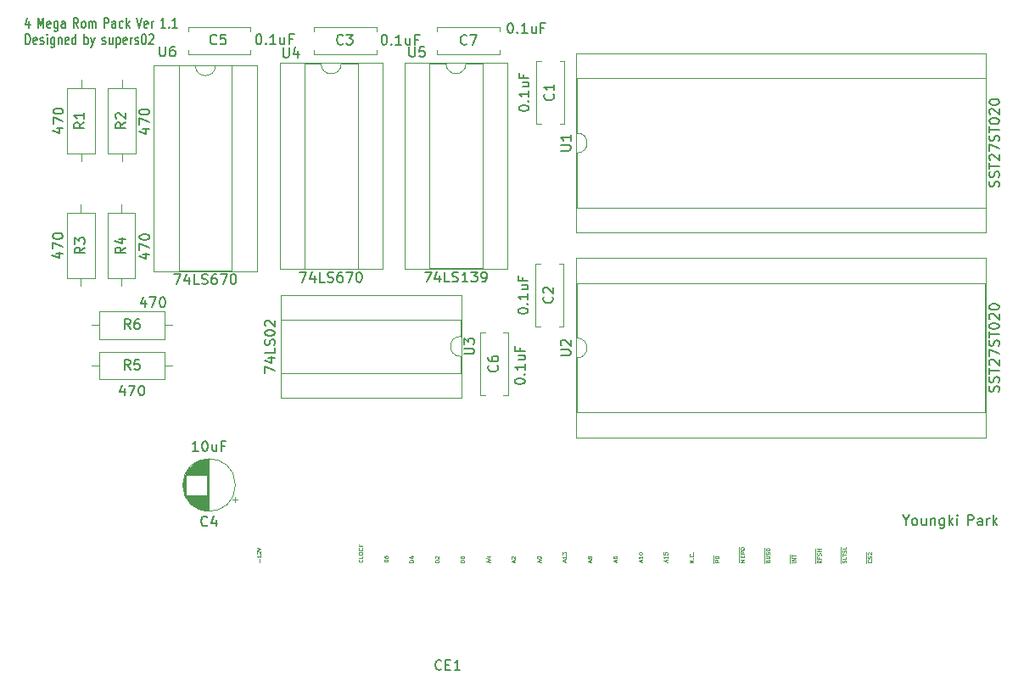
<source format=gbr>
%TF.GenerationSoftware,KiCad,Pcbnew,(7.0.0)*%
%TF.CreationDate,2023-03-31T15:06:47+09:00*%
%TF.ProjectId,project3,70726f6a-6563-4743-932e-6b696361645f,rev?*%
%TF.SameCoordinates,Original*%
%TF.FileFunction,Legend,Top*%
%TF.FilePolarity,Positive*%
%FSLAX46Y46*%
G04 Gerber Fmt 4.6, Leading zero omitted, Abs format (unit mm)*
G04 Created by KiCad (PCBNEW (7.0.0)) date 2023-03-31 15:06:47*
%MOMM*%
%LPD*%
G01*
G04 APERTURE LIST*
%ADD10C,0.200000*%
%ADD11C,0.150000*%
%ADD12C,0.100000*%
%ADD13C,0.120000*%
G04 APERTURE END LIST*
D10*
X90728453Y-66329714D02*
X90728453Y-66996380D01*
X90537977Y-65948761D02*
X90347500Y-66663047D01*
X90347500Y-66663047D02*
X90842739Y-66663047D01*
X91627501Y-66996380D02*
X91627501Y-65996380D01*
X91627501Y-65996380D02*
X91894167Y-66710666D01*
X91894167Y-66710666D02*
X92160834Y-65996380D01*
X92160834Y-65996380D02*
X92160834Y-66996380D01*
X92846549Y-66948761D02*
X92770358Y-66996380D01*
X92770358Y-66996380D02*
X92617977Y-66996380D01*
X92617977Y-66996380D02*
X92541787Y-66948761D01*
X92541787Y-66948761D02*
X92503691Y-66853523D01*
X92503691Y-66853523D02*
X92503691Y-66472571D01*
X92503691Y-66472571D02*
X92541787Y-66377333D01*
X92541787Y-66377333D02*
X92617977Y-66329714D01*
X92617977Y-66329714D02*
X92770358Y-66329714D01*
X92770358Y-66329714D02*
X92846549Y-66377333D01*
X92846549Y-66377333D02*
X92884644Y-66472571D01*
X92884644Y-66472571D02*
X92884644Y-66567809D01*
X92884644Y-66567809D02*
X92503691Y-66663047D01*
X93570358Y-66329714D02*
X93570358Y-67139238D01*
X93570358Y-67139238D02*
X93532263Y-67234476D01*
X93532263Y-67234476D02*
X93494167Y-67282095D01*
X93494167Y-67282095D02*
X93417977Y-67329714D01*
X93417977Y-67329714D02*
X93303691Y-67329714D01*
X93303691Y-67329714D02*
X93227501Y-67282095D01*
X93570358Y-66948761D02*
X93494167Y-66996380D01*
X93494167Y-66996380D02*
X93341786Y-66996380D01*
X93341786Y-66996380D02*
X93265596Y-66948761D01*
X93265596Y-66948761D02*
X93227501Y-66901142D01*
X93227501Y-66901142D02*
X93189405Y-66805904D01*
X93189405Y-66805904D02*
X93189405Y-66520190D01*
X93189405Y-66520190D02*
X93227501Y-66424952D01*
X93227501Y-66424952D02*
X93265596Y-66377333D01*
X93265596Y-66377333D02*
X93341786Y-66329714D01*
X93341786Y-66329714D02*
X93494167Y-66329714D01*
X93494167Y-66329714D02*
X93570358Y-66377333D01*
X94294168Y-66996380D02*
X94294168Y-66472571D01*
X94294168Y-66472571D02*
X94256073Y-66377333D01*
X94256073Y-66377333D02*
X94179882Y-66329714D01*
X94179882Y-66329714D02*
X94027501Y-66329714D01*
X94027501Y-66329714D02*
X93951311Y-66377333D01*
X94294168Y-66948761D02*
X94217977Y-66996380D01*
X94217977Y-66996380D02*
X94027501Y-66996380D01*
X94027501Y-66996380D02*
X93951311Y-66948761D01*
X93951311Y-66948761D02*
X93913215Y-66853523D01*
X93913215Y-66853523D02*
X93913215Y-66758285D01*
X93913215Y-66758285D02*
X93951311Y-66663047D01*
X93951311Y-66663047D02*
X94027501Y-66615428D01*
X94027501Y-66615428D02*
X94217977Y-66615428D01*
X94217977Y-66615428D02*
X94294168Y-66567809D01*
X95612264Y-66996380D02*
X95345597Y-66520190D01*
X95155121Y-66996380D02*
X95155121Y-65996380D01*
X95155121Y-65996380D02*
X95459883Y-65996380D01*
X95459883Y-65996380D02*
X95536073Y-66044000D01*
X95536073Y-66044000D02*
X95574168Y-66091619D01*
X95574168Y-66091619D02*
X95612264Y-66186857D01*
X95612264Y-66186857D02*
X95612264Y-66329714D01*
X95612264Y-66329714D02*
X95574168Y-66424952D01*
X95574168Y-66424952D02*
X95536073Y-66472571D01*
X95536073Y-66472571D02*
X95459883Y-66520190D01*
X95459883Y-66520190D02*
X95155121Y-66520190D01*
X96069406Y-66996380D02*
X95993216Y-66948761D01*
X95993216Y-66948761D02*
X95955121Y-66901142D01*
X95955121Y-66901142D02*
X95917025Y-66805904D01*
X95917025Y-66805904D02*
X95917025Y-66520190D01*
X95917025Y-66520190D02*
X95955121Y-66424952D01*
X95955121Y-66424952D02*
X95993216Y-66377333D01*
X95993216Y-66377333D02*
X96069406Y-66329714D01*
X96069406Y-66329714D02*
X96183692Y-66329714D01*
X96183692Y-66329714D02*
X96259883Y-66377333D01*
X96259883Y-66377333D02*
X96297978Y-66424952D01*
X96297978Y-66424952D02*
X96336073Y-66520190D01*
X96336073Y-66520190D02*
X96336073Y-66805904D01*
X96336073Y-66805904D02*
X96297978Y-66901142D01*
X96297978Y-66901142D02*
X96259883Y-66948761D01*
X96259883Y-66948761D02*
X96183692Y-66996380D01*
X96183692Y-66996380D02*
X96069406Y-66996380D01*
X96678931Y-66996380D02*
X96678931Y-66329714D01*
X96678931Y-66424952D02*
X96717026Y-66377333D01*
X96717026Y-66377333D02*
X96793216Y-66329714D01*
X96793216Y-66329714D02*
X96907502Y-66329714D01*
X96907502Y-66329714D02*
X96983693Y-66377333D01*
X96983693Y-66377333D02*
X97021788Y-66472571D01*
X97021788Y-66472571D02*
X97021788Y-66996380D01*
X97021788Y-66472571D02*
X97059883Y-66377333D01*
X97059883Y-66377333D02*
X97136074Y-66329714D01*
X97136074Y-66329714D02*
X97250359Y-66329714D01*
X97250359Y-66329714D02*
X97326550Y-66377333D01*
X97326550Y-66377333D02*
X97364645Y-66472571D01*
X97364645Y-66472571D02*
X97364645Y-66996380D01*
X98225598Y-66996380D02*
X98225598Y-65996380D01*
X98225598Y-65996380D02*
X98530360Y-65996380D01*
X98530360Y-65996380D02*
X98606550Y-66044000D01*
X98606550Y-66044000D02*
X98644645Y-66091619D01*
X98644645Y-66091619D02*
X98682741Y-66186857D01*
X98682741Y-66186857D02*
X98682741Y-66329714D01*
X98682741Y-66329714D02*
X98644645Y-66424952D01*
X98644645Y-66424952D02*
X98606550Y-66472571D01*
X98606550Y-66472571D02*
X98530360Y-66520190D01*
X98530360Y-66520190D02*
X98225598Y-66520190D01*
X99368455Y-66996380D02*
X99368455Y-66472571D01*
X99368455Y-66472571D02*
X99330360Y-66377333D01*
X99330360Y-66377333D02*
X99254169Y-66329714D01*
X99254169Y-66329714D02*
X99101788Y-66329714D01*
X99101788Y-66329714D02*
X99025598Y-66377333D01*
X99368455Y-66948761D02*
X99292264Y-66996380D01*
X99292264Y-66996380D02*
X99101788Y-66996380D01*
X99101788Y-66996380D02*
X99025598Y-66948761D01*
X99025598Y-66948761D02*
X98987502Y-66853523D01*
X98987502Y-66853523D02*
X98987502Y-66758285D01*
X98987502Y-66758285D02*
X99025598Y-66663047D01*
X99025598Y-66663047D02*
X99101788Y-66615428D01*
X99101788Y-66615428D02*
X99292264Y-66615428D01*
X99292264Y-66615428D02*
X99368455Y-66567809D01*
X100092265Y-66948761D02*
X100016074Y-66996380D01*
X100016074Y-66996380D02*
X99863693Y-66996380D01*
X99863693Y-66996380D02*
X99787503Y-66948761D01*
X99787503Y-66948761D02*
X99749408Y-66901142D01*
X99749408Y-66901142D02*
X99711312Y-66805904D01*
X99711312Y-66805904D02*
X99711312Y-66520190D01*
X99711312Y-66520190D02*
X99749408Y-66424952D01*
X99749408Y-66424952D02*
X99787503Y-66377333D01*
X99787503Y-66377333D02*
X99863693Y-66329714D01*
X99863693Y-66329714D02*
X100016074Y-66329714D01*
X100016074Y-66329714D02*
X100092265Y-66377333D01*
X100435122Y-66996380D02*
X100435122Y-65996380D01*
X100511312Y-66615428D02*
X100739884Y-66996380D01*
X100739884Y-66329714D02*
X100435122Y-66710666D01*
X101448455Y-65996380D02*
X101715122Y-66996380D01*
X101715122Y-66996380D02*
X101981788Y-65996380D01*
X102553217Y-66948761D02*
X102477026Y-66996380D01*
X102477026Y-66996380D02*
X102324645Y-66996380D01*
X102324645Y-66996380D02*
X102248455Y-66948761D01*
X102248455Y-66948761D02*
X102210359Y-66853523D01*
X102210359Y-66853523D02*
X102210359Y-66472571D01*
X102210359Y-66472571D02*
X102248455Y-66377333D01*
X102248455Y-66377333D02*
X102324645Y-66329714D01*
X102324645Y-66329714D02*
X102477026Y-66329714D01*
X102477026Y-66329714D02*
X102553217Y-66377333D01*
X102553217Y-66377333D02*
X102591312Y-66472571D01*
X102591312Y-66472571D02*
X102591312Y-66567809D01*
X102591312Y-66567809D02*
X102210359Y-66663047D01*
X102934169Y-66996380D02*
X102934169Y-66329714D01*
X102934169Y-66520190D02*
X102972264Y-66424952D01*
X102972264Y-66424952D02*
X103010359Y-66377333D01*
X103010359Y-66377333D02*
X103086550Y-66329714D01*
X103086550Y-66329714D02*
X103162740Y-66329714D01*
X104328454Y-66996380D02*
X103871311Y-66996380D01*
X104099883Y-66996380D02*
X104099883Y-65996380D01*
X104099883Y-65996380D02*
X104023692Y-66139238D01*
X104023692Y-66139238D02*
X103947502Y-66234476D01*
X103947502Y-66234476D02*
X103871311Y-66282095D01*
X104671312Y-66901142D02*
X104709407Y-66948761D01*
X104709407Y-66948761D02*
X104671312Y-66996380D01*
X104671312Y-66996380D02*
X104633216Y-66948761D01*
X104633216Y-66948761D02*
X104671312Y-66901142D01*
X104671312Y-66901142D02*
X104671312Y-66996380D01*
X105471311Y-66996380D02*
X105014168Y-66996380D01*
X105242740Y-66996380D02*
X105242740Y-65996380D01*
X105242740Y-65996380D02*
X105166549Y-66139238D01*
X105166549Y-66139238D02*
X105090359Y-66234476D01*
X105090359Y-66234476D02*
X105014168Y-66282095D01*
X90385596Y-68616380D02*
X90385596Y-67616380D01*
X90385596Y-67616380D02*
X90576072Y-67616380D01*
X90576072Y-67616380D02*
X90690358Y-67664000D01*
X90690358Y-67664000D02*
X90766548Y-67759238D01*
X90766548Y-67759238D02*
X90804643Y-67854476D01*
X90804643Y-67854476D02*
X90842739Y-68044952D01*
X90842739Y-68044952D02*
X90842739Y-68187809D01*
X90842739Y-68187809D02*
X90804643Y-68378285D01*
X90804643Y-68378285D02*
X90766548Y-68473523D01*
X90766548Y-68473523D02*
X90690358Y-68568761D01*
X90690358Y-68568761D02*
X90576072Y-68616380D01*
X90576072Y-68616380D02*
X90385596Y-68616380D01*
X91490358Y-68568761D02*
X91414167Y-68616380D01*
X91414167Y-68616380D02*
X91261786Y-68616380D01*
X91261786Y-68616380D02*
X91185596Y-68568761D01*
X91185596Y-68568761D02*
X91147500Y-68473523D01*
X91147500Y-68473523D02*
X91147500Y-68092571D01*
X91147500Y-68092571D02*
X91185596Y-67997333D01*
X91185596Y-67997333D02*
X91261786Y-67949714D01*
X91261786Y-67949714D02*
X91414167Y-67949714D01*
X91414167Y-67949714D02*
X91490358Y-67997333D01*
X91490358Y-67997333D02*
X91528453Y-68092571D01*
X91528453Y-68092571D02*
X91528453Y-68187809D01*
X91528453Y-68187809D02*
X91147500Y-68283047D01*
X91833214Y-68568761D02*
X91909405Y-68616380D01*
X91909405Y-68616380D02*
X92061786Y-68616380D01*
X92061786Y-68616380D02*
X92137976Y-68568761D01*
X92137976Y-68568761D02*
X92176072Y-68473523D01*
X92176072Y-68473523D02*
X92176072Y-68425904D01*
X92176072Y-68425904D02*
X92137976Y-68330666D01*
X92137976Y-68330666D02*
X92061786Y-68283047D01*
X92061786Y-68283047D02*
X91947500Y-68283047D01*
X91947500Y-68283047D02*
X91871310Y-68235428D01*
X91871310Y-68235428D02*
X91833214Y-68140190D01*
X91833214Y-68140190D02*
X91833214Y-68092571D01*
X91833214Y-68092571D02*
X91871310Y-67997333D01*
X91871310Y-67997333D02*
X91947500Y-67949714D01*
X91947500Y-67949714D02*
X92061786Y-67949714D01*
X92061786Y-67949714D02*
X92137976Y-67997333D01*
X92518929Y-68616380D02*
X92518929Y-67949714D01*
X92518929Y-67616380D02*
X92480833Y-67664000D01*
X92480833Y-67664000D02*
X92518929Y-67711619D01*
X92518929Y-67711619D02*
X92557024Y-67664000D01*
X92557024Y-67664000D02*
X92518929Y-67616380D01*
X92518929Y-67616380D02*
X92518929Y-67711619D01*
X93242738Y-67949714D02*
X93242738Y-68759238D01*
X93242738Y-68759238D02*
X93204643Y-68854476D01*
X93204643Y-68854476D02*
X93166547Y-68902095D01*
X93166547Y-68902095D02*
X93090357Y-68949714D01*
X93090357Y-68949714D02*
X92976071Y-68949714D01*
X92976071Y-68949714D02*
X92899881Y-68902095D01*
X93242738Y-68568761D02*
X93166547Y-68616380D01*
X93166547Y-68616380D02*
X93014166Y-68616380D01*
X93014166Y-68616380D02*
X92937976Y-68568761D01*
X92937976Y-68568761D02*
X92899881Y-68521142D01*
X92899881Y-68521142D02*
X92861785Y-68425904D01*
X92861785Y-68425904D02*
X92861785Y-68140190D01*
X92861785Y-68140190D02*
X92899881Y-68044952D01*
X92899881Y-68044952D02*
X92937976Y-67997333D01*
X92937976Y-67997333D02*
X93014166Y-67949714D01*
X93014166Y-67949714D02*
X93166547Y-67949714D01*
X93166547Y-67949714D02*
X93242738Y-67997333D01*
X93623691Y-67949714D02*
X93623691Y-68616380D01*
X93623691Y-68044952D02*
X93661786Y-67997333D01*
X93661786Y-67997333D02*
X93737976Y-67949714D01*
X93737976Y-67949714D02*
X93852262Y-67949714D01*
X93852262Y-67949714D02*
X93928453Y-67997333D01*
X93928453Y-67997333D02*
X93966548Y-68092571D01*
X93966548Y-68092571D02*
X93966548Y-68616380D01*
X94652263Y-68568761D02*
X94576072Y-68616380D01*
X94576072Y-68616380D02*
X94423691Y-68616380D01*
X94423691Y-68616380D02*
X94347501Y-68568761D01*
X94347501Y-68568761D02*
X94309405Y-68473523D01*
X94309405Y-68473523D02*
X94309405Y-68092571D01*
X94309405Y-68092571D02*
X94347501Y-67997333D01*
X94347501Y-67997333D02*
X94423691Y-67949714D01*
X94423691Y-67949714D02*
X94576072Y-67949714D01*
X94576072Y-67949714D02*
X94652263Y-67997333D01*
X94652263Y-67997333D02*
X94690358Y-68092571D01*
X94690358Y-68092571D02*
X94690358Y-68187809D01*
X94690358Y-68187809D02*
X94309405Y-68283047D01*
X95376072Y-68616380D02*
X95376072Y-67616380D01*
X95376072Y-68568761D02*
X95299881Y-68616380D01*
X95299881Y-68616380D02*
X95147500Y-68616380D01*
X95147500Y-68616380D02*
X95071310Y-68568761D01*
X95071310Y-68568761D02*
X95033215Y-68521142D01*
X95033215Y-68521142D02*
X94995119Y-68425904D01*
X94995119Y-68425904D02*
X94995119Y-68140190D01*
X94995119Y-68140190D02*
X95033215Y-68044952D01*
X95033215Y-68044952D02*
X95071310Y-67997333D01*
X95071310Y-67997333D02*
X95147500Y-67949714D01*
X95147500Y-67949714D02*
X95299881Y-67949714D01*
X95299881Y-67949714D02*
X95376072Y-67997333D01*
X96237025Y-68616380D02*
X96237025Y-67616380D01*
X96237025Y-67997333D02*
X96313215Y-67949714D01*
X96313215Y-67949714D02*
X96465596Y-67949714D01*
X96465596Y-67949714D02*
X96541787Y-67997333D01*
X96541787Y-67997333D02*
X96579882Y-68044952D01*
X96579882Y-68044952D02*
X96617977Y-68140190D01*
X96617977Y-68140190D02*
X96617977Y-68425904D01*
X96617977Y-68425904D02*
X96579882Y-68521142D01*
X96579882Y-68521142D02*
X96541787Y-68568761D01*
X96541787Y-68568761D02*
X96465596Y-68616380D01*
X96465596Y-68616380D02*
X96313215Y-68616380D01*
X96313215Y-68616380D02*
X96237025Y-68568761D01*
X96884644Y-67949714D02*
X97075120Y-68616380D01*
X97265597Y-67949714D02*
X97075120Y-68616380D01*
X97075120Y-68616380D02*
X96998930Y-68854476D01*
X96998930Y-68854476D02*
X96960835Y-68902095D01*
X96960835Y-68902095D02*
X96884644Y-68949714D01*
X98012263Y-68568761D02*
X98088454Y-68616380D01*
X98088454Y-68616380D02*
X98240835Y-68616380D01*
X98240835Y-68616380D02*
X98317025Y-68568761D01*
X98317025Y-68568761D02*
X98355121Y-68473523D01*
X98355121Y-68473523D02*
X98355121Y-68425904D01*
X98355121Y-68425904D02*
X98317025Y-68330666D01*
X98317025Y-68330666D02*
X98240835Y-68283047D01*
X98240835Y-68283047D02*
X98126549Y-68283047D01*
X98126549Y-68283047D02*
X98050359Y-68235428D01*
X98050359Y-68235428D02*
X98012263Y-68140190D01*
X98012263Y-68140190D02*
X98012263Y-68092571D01*
X98012263Y-68092571D02*
X98050359Y-67997333D01*
X98050359Y-67997333D02*
X98126549Y-67949714D01*
X98126549Y-67949714D02*
X98240835Y-67949714D01*
X98240835Y-67949714D02*
X98317025Y-67997333D01*
X99040835Y-67949714D02*
X99040835Y-68616380D01*
X98697978Y-67949714D02*
X98697978Y-68473523D01*
X98697978Y-68473523D02*
X98736073Y-68568761D01*
X98736073Y-68568761D02*
X98812263Y-68616380D01*
X98812263Y-68616380D02*
X98926549Y-68616380D01*
X98926549Y-68616380D02*
X99002740Y-68568761D01*
X99002740Y-68568761D02*
X99040835Y-68521142D01*
X99421788Y-67949714D02*
X99421788Y-68949714D01*
X99421788Y-67997333D02*
X99497978Y-67949714D01*
X99497978Y-67949714D02*
X99650359Y-67949714D01*
X99650359Y-67949714D02*
X99726550Y-67997333D01*
X99726550Y-67997333D02*
X99764645Y-68044952D01*
X99764645Y-68044952D02*
X99802740Y-68140190D01*
X99802740Y-68140190D02*
X99802740Y-68425904D01*
X99802740Y-68425904D02*
X99764645Y-68521142D01*
X99764645Y-68521142D02*
X99726550Y-68568761D01*
X99726550Y-68568761D02*
X99650359Y-68616380D01*
X99650359Y-68616380D02*
X99497978Y-68616380D01*
X99497978Y-68616380D02*
X99421788Y-68568761D01*
X100450360Y-68568761D02*
X100374169Y-68616380D01*
X100374169Y-68616380D02*
X100221788Y-68616380D01*
X100221788Y-68616380D02*
X100145598Y-68568761D01*
X100145598Y-68568761D02*
X100107502Y-68473523D01*
X100107502Y-68473523D02*
X100107502Y-68092571D01*
X100107502Y-68092571D02*
X100145598Y-67997333D01*
X100145598Y-67997333D02*
X100221788Y-67949714D01*
X100221788Y-67949714D02*
X100374169Y-67949714D01*
X100374169Y-67949714D02*
X100450360Y-67997333D01*
X100450360Y-67997333D02*
X100488455Y-68092571D01*
X100488455Y-68092571D02*
X100488455Y-68187809D01*
X100488455Y-68187809D02*
X100107502Y-68283047D01*
X100831312Y-68616380D02*
X100831312Y-67949714D01*
X100831312Y-68140190D02*
X100869407Y-68044952D01*
X100869407Y-68044952D02*
X100907502Y-67997333D01*
X100907502Y-67997333D02*
X100983693Y-67949714D01*
X100983693Y-67949714D02*
X101059883Y-67949714D01*
X101288454Y-68568761D02*
X101364645Y-68616380D01*
X101364645Y-68616380D02*
X101517026Y-68616380D01*
X101517026Y-68616380D02*
X101593216Y-68568761D01*
X101593216Y-68568761D02*
X101631312Y-68473523D01*
X101631312Y-68473523D02*
X101631312Y-68425904D01*
X101631312Y-68425904D02*
X101593216Y-68330666D01*
X101593216Y-68330666D02*
X101517026Y-68283047D01*
X101517026Y-68283047D02*
X101402740Y-68283047D01*
X101402740Y-68283047D02*
X101326550Y-68235428D01*
X101326550Y-68235428D02*
X101288454Y-68140190D01*
X101288454Y-68140190D02*
X101288454Y-68092571D01*
X101288454Y-68092571D02*
X101326550Y-67997333D01*
X101326550Y-67997333D02*
X101402740Y-67949714D01*
X101402740Y-67949714D02*
X101517026Y-67949714D01*
X101517026Y-67949714D02*
X101593216Y-67997333D01*
X102126550Y-67616380D02*
X102202740Y-67616380D01*
X102202740Y-67616380D02*
X102278931Y-67664000D01*
X102278931Y-67664000D02*
X102317026Y-67711619D01*
X102317026Y-67711619D02*
X102355121Y-67806857D01*
X102355121Y-67806857D02*
X102393216Y-67997333D01*
X102393216Y-67997333D02*
X102393216Y-68235428D01*
X102393216Y-68235428D02*
X102355121Y-68425904D01*
X102355121Y-68425904D02*
X102317026Y-68521142D01*
X102317026Y-68521142D02*
X102278931Y-68568761D01*
X102278931Y-68568761D02*
X102202740Y-68616380D01*
X102202740Y-68616380D02*
X102126550Y-68616380D01*
X102126550Y-68616380D02*
X102050359Y-68568761D01*
X102050359Y-68568761D02*
X102012264Y-68521142D01*
X102012264Y-68521142D02*
X101974169Y-68425904D01*
X101974169Y-68425904D02*
X101936073Y-68235428D01*
X101936073Y-68235428D02*
X101936073Y-67997333D01*
X101936073Y-67997333D02*
X101974169Y-67806857D01*
X101974169Y-67806857D02*
X102012264Y-67711619D01*
X102012264Y-67711619D02*
X102050359Y-67664000D01*
X102050359Y-67664000D02*
X102126550Y-67616380D01*
X102697978Y-67711619D02*
X102736074Y-67664000D01*
X102736074Y-67664000D02*
X102812264Y-67616380D01*
X102812264Y-67616380D02*
X103002740Y-67616380D01*
X103002740Y-67616380D02*
X103078931Y-67664000D01*
X103078931Y-67664000D02*
X103117026Y-67711619D01*
X103117026Y-67711619D02*
X103155121Y-67806857D01*
X103155121Y-67806857D02*
X103155121Y-67902095D01*
X103155121Y-67902095D02*
X103117026Y-68044952D01*
X103117026Y-68044952D02*
X102659883Y-68616380D01*
X102659883Y-68616380D02*
X103155121Y-68616380D01*
D11*
X178228571Y-116146190D02*
X178228571Y-116622380D01*
X177895238Y-115622380D02*
X178228571Y-116146190D01*
X178228571Y-116146190D02*
X178561904Y-115622380D01*
X179038095Y-116622380D02*
X178942857Y-116574761D01*
X178942857Y-116574761D02*
X178895238Y-116527142D01*
X178895238Y-116527142D02*
X178847619Y-116431904D01*
X178847619Y-116431904D02*
X178847619Y-116146190D01*
X178847619Y-116146190D02*
X178895238Y-116050952D01*
X178895238Y-116050952D02*
X178942857Y-116003333D01*
X178942857Y-116003333D02*
X179038095Y-115955714D01*
X179038095Y-115955714D02*
X179180952Y-115955714D01*
X179180952Y-115955714D02*
X179276190Y-116003333D01*
X179276190Y-116003333D02*
X179323809Y-116050952D01*
X179323809Y-116050952D02*
X179371428Y-116146190D01*
X179371428Y-116146190D02*
X179371428Y-116431904D01*
X179371428Y-116431904D02*
X179323809Y-116527142D01*
X179323809Y-116527142D02*
X179276190Y-116574761D01*
X179276190Y-116574761D02*
X179180952Y-116622380D01*
X179180952Y-116622380D02*
X179038095Y-116622380D01*
X180228571Y-115955714D02*
X180228571Y-116622380D01*
X179800000Y-115955714D02*
X179800000Y-116479523D01*
X179800000Y-116479523D02*
X179847619Y-116574761D01*
X179847619Y-116574761D02*
X179942857Y-116622380D01*
X179942857Y-116622380D02*
X180085714Y-116622380D01*
X180085714Y-116622380D02*
X180180952Y-116574761D01*
X180180952Y-116574761D02*
X180228571Y-116527142D01*
X180704762Y-115955714D02*
X180704762Y-116622380D01*
X180704762Y-116050952D02*
X180752381Y-116003333D01*
X180752381Y-116003333D02*
X180847619Y-115955714D01*
X180847619Y-115955714D02*
X180990476Y-115955714D01*
X180990476Y-115955714D02*
X181085714Y-116003333D01*
X181085714Y-116003333D02*
X181133333Y-116098571D01*
X181133333Y-116098571D02*
X181133333Y-116622380D01*
X182038095Y-115955714D02*
X182038095Y-116765238D01*
X182038095Y-116765238D02*
X181990476Y-116860476D01*
X181990476Y-116860476D02*
X181942857Y-116908095D01*
X181942857Y-116908095D02*
X181847619Y-116955714D01*
X181847619Y-116955714D02*
X181704762Y-116955714D01*
X181704762Y-116955714D02*
X181609524Y-116908095D01*
X182038095Y-116574761D02*
X181942857Y-116622380D01*
X181942857Y-116622380D02*
X181752381Y-116622380D01*
X181752381Y-116622380D02*
X181657143Y-116574761D01*
X181657143Y-116574761D02*
X181609524Y-116527142D01*
X181609524Y-116527142D02*
X181561905Y-116431904D01*
X181561905Y-116431904D02*
X181561905Y-116146190D01*
X181561905Y-116146190D02*
X181609524Y-116050952D01*
X181609524Y-116050952D02*
X181657143Y-116003333D01*
X181657143Y-116003333D02*
X181752381Y-115955714D01*
X181752381Y-115955714D02*
X181942857Y-115955714D01*
X181942857Y-115955714D02*
X182038095Y-116003333D01*
X182514286Y-116622380D02*
X182514286Y-115622380D01*
X182609524Y-116241428D02*
X182895238Y-116622380D01*
X182895238Y-115955714D02*
X182514286Y-116336666D01*
X183323810Y-116622380D02*
X183323810Y-115955714D01*
X183323810Y-115622380D02*
X183276191Y-115670000D01*
X183276191Y-115670000D02*
X183323810Y-115717619D01*
X183323810Y-115717619D02*
X183371429Y-115670000D01*
X183371429Y-115670000D02*
X183323810Y-115622380D01*
X183323810Y-115622380D02*
X183323810Y-115717619D01*
X184400000Y-116622380D02*
X184400000Y-115622380D01*
X184400000Y-115622380D02*
X184780952Y-115622380D01*
X184780952Y-115622380D02*
X184876190Y-115670000D01*
X184876190Y-115670000D02*
X184923809Y-115717619D01*
X184923809Y-115717619D02*
X184971428Y-115812857D01*
X184971428Y-115812857D02*
X184971428Y-115955714D01*
X184971428Y-115955714D02*
X184923809Y-116050952D01*
X184923809Y-116050952D02*
X184876190Y-116098571D01*
X184876190Y-116098571D02*
X184780952Y-116146190D01*
X184780952Y-116146190D02*
X184400000Y-116146190D01*
X185828571Y-116622380D02*
X185828571Y-116098571D01*
X185828571Y-116098571D02*
X185780952Y-116003333D01*
X185780952Y-116003333D02*
X185685714Y-115955714D01*
X185685714Y-115955714D02*
X185495238Y-115955714D01*
X185495238Y-115955714D02*
X185400000Y-116003333D01*
X185828571Y-116574761D02*
X185733333Y-116622380D01*
X185733333Y-116622380D02*
X185495238Y-116622380D01*
X185495238Y-116622380D02*
X185400000Y-116574761D01*
X185400000Y-116574761D02*
X185352381Y-116479523D01*
X185352381Y-116479523D02*
X185352381Y-116384285D01*
X185352381Y-116384285D02*
X185400000Y-116289047D01*
X185400000Y-116289047D02*
X185495238Y-116241428D01*
X185495238Y-116241428D02*
X185733333Y-116241428D01*
X185733333Y-116241428D02*
X185828571Y-116193809D01*
X186304762Y-116622380D02*
X186304762Y-115955714D01*
X186304762Y-116146190D02*
X186352381Y-116050952D01*
X186352381Y-116050952D02*
X186400000Y-116003333D01*
X186400000Y-116003333D02*
X186495238Y-115955714D01*
X186495238Y-115955714D02*
X186590476Y-115955714D01*
X186923810Y-116622380D02*
X186923810Y-115622380D01*
X187019048Y-116241428D02*
X187304762Y-116622380D01*
X187304762Y-115955714D02*
X186923810Y-116336666D01*
%TO.C,R4*%
X100321962Y-88900589D02*
X99845772Y-89233922D01*
X100321962Y-89472017D02*
X99321962Y-89472017D01*
X99321962Y-89472017D02*
X99321962Y-89091065D01*
X99321962Y-89091065D02*
X99369582Y-88995827D01*
X99369582Y-88995827D02*
X99417201Y-88948208D01*
X99417201Y-88948208D02*
X99512439Y-88900589D01*
X99512439Y-88900589D02*
X99655296Y-88900589D01*
X99655296Y-88900589D02*
X99750534Y-88948208D01*
X99750534Y-88948208D02*
X99798153Y-88995827D01*
X99798153Y-88995827D02*
X99845772Y-89091065D01*
X99845772Y-89091065D02*
X99845772Y-89472017D01*
X99655296Y-88043446D02*
X100321962Y-88043446D01*
X99274343Y-88281541D02*
X99988629Y-88519636D01*
X99988629Y-88519636D02*
X99988629Y-87900589D01*
X102069183Y-89577862D02*
X102735849Y-89577862D01*
X101688230Y-89815957D02*
X102402516Y-90054052D01*
X102402516Y-90054052D02*
X102402516Y-89435005D01*
X101735849Y-89149290D02*
X101735849Y-88482624D01*
X101735849Y-88482624D02*
X102735849Y-88911195D01*
X101735849Y-87911195D02*
X101735849Y-87815957D01*
X101735849Y-87815957D02*
X101783469Y-87720719D01*
X101783469Y-87720719D02*
X101831088Y-87673100D01*
X101831088Y-87673100D02*
X101926326Y-87625481D01*
X101926326Y-87625481D02*
X102116802Y-87577862D01*
X102116802Y-87577862D02*
X102354897Y-87577862D01*
X102354897Y-87577862D02*
X102545373Y-87625481D01*
X102545373Y-87625481D02*
X102640611Y-87673100D01*
X102640611Y-87673100D02*
X102688230Y-87720719D01*
X102688230Y-87720719D02*
X102735849Y-87815957D01*
X102735849Y-87815957D02*
X102735849Y-87911195D01*
X102735849Y-87911195D02*
X102688230Y-88006433D01*
X102688230Y-88006433D02*
X102640611Y-88054052D01*
X102640611Y-88054052D02*
X102545373Y-88101671D01*
X102545373Y-88101671D02*
X102354897Y-88149290D01*
X102354897Y-88149290D02*
X102116802Y-88149290D01*
X102116802Y-88149290D02*
X101926326Y-88101671D01*
X101926326Y-88101671D02*
X101831088Y-88054052D01*
X101831088Y-88054052D02*
X101783469Y-88006433D01*
X101783469Y-88006433D02*
X101735849Y-87911195D01*
%TO.C,U2*%
X143751820Y-99700397D02*
X144561344Y-99700397D01*
X144561344Y-99700397D02*
X144656582Y-99652778D01*
X144656582Y-99652778D02*
X144704201Y-99605159D01*
X144704201Y-99605159D02*
X144751820Y-99509921D01*
X144751820Y-99509921D02*
X144751820Y-99319445D01*
X144751820Y-99319445D02*
X144704201Y-99224207D01*
X144704201Y-99224207D02*
X144656582Y-99176588D01*
X144656582Y-99176588D02*
X144561344Y-99128969D01*
X144561344Y-99128969D02*
X143751820Y-99128969D01*
X143847059Y-98700397D02*
X143799440Y-98652778D01*
X143799440Y-98652778D02*
X143751820Y-98557540D01*
X143751820Y-98557540D02*
X143751820Y-98319445D01*
X143751820Y-98319445D02*
X143799440Y-98224207D01*
X143799440Y-98224207D02*
X143847059Y-98176588D01*
X143847059Y-98176588D02*
X143942297Y-98128969D01*
X143942297Y-98128969D02*
X144037535Y-98128969D01*
X144037535Y-98128969D02*
X144180392Y-98176588D01*
X144180392Y-98176588D02*
X144751820Y-98748016D01*
X144751820Y-98748016D02*
X144751820Y-98128969D01*
X187464201Y-103319445D02*
X187511820Y-103176588D01*
X187511820Y-103176588D02*
X187511820Y-102938493D01*
X187511820Y-102938493D02*
X187464201Y-102843255D01*
X187464201Y-102843255D02*
X187416582Y-102795636D01*
X187416582Y-102795636D02*
X187321344Y-102748017D01*
X187321344Y-102748017D02*
X187226106Y-102748017D01*
X187226106Y-102748017D02*
X187130868Y-102795636D01*
X187130868Y-102795636D02*
X187083249Y-102843255D01*
X187083249Y-102843255D02*
X187035630Y-102938493D01*
X187035630Y-102938493D02*
X186988011Y-103128969D01*
X186988011Y-103128969D02*
X186940392Y-103224207D01*
X186940392Y-103224207D02*
X186892773Y-103271826D01*
X186892773Y-103271826D02*
X186797535Y-103319445D01*
X186797535Y-103319445D02*
X186702297Y-103319445D01*
X186702297Y-103319445D02*
X186607059Y-103271826D01*
X186607059Y-103271826D02*
X186559440Y-103224207D01*
X186559440Y-103224207D02*
X186511820Y-103128969D01*
X186511820Y-103128969D02*
X186511820Y-102890874D01*
X186511820Y-102890874D02*
X186559440Y-102748017D01*
X187464201Y-102367064D02*
X187511820Y-102224207D01*
X187511820Y-102224207D02*
X187511820Y-101986112D01*
X187511820Y-101986112D02*
X187464201Y-101890874D01*
X187464201Y-101890874D02*
X187416582Y-101843255D01*
X187416582Y-101843255D02*
X187321344Y-101795636D01*
X187321344Y-101795636D02*
X187226106Y-101795636D01*
X187226106Y-101795636D02*
X187130868Y-101843255D01*
X187130868Y-101843255D02*
X187083249Y-101890874D01*
X187083249Y-101890874D02*
X187035630Y-101986112D01*
X187035630Y-101986112D02*
X186988011Y-102176588D01*
X186988011Y-102176588D02*
X186940392Y-102271826D01*
X186940392Y-102271826D02*
X186892773Y-102319445D01*
X186892773Y-102319445D02*
X186797535Y-102367064D01*
X186797535Y-102367064D02*
X186702297Y-102367064D01*
X186702297Y-102367064D02*
X186607059Y-102319445D01*
X186607059Y-102319445D02*
X186559440Y-102271826D01*
X186559440Y-102271826D02*
X186511820Y-102176588D01*
X186511820Y-102176588D02*
X186511820Y-101938493D01*
X186511820Y-101938493D02*
X186559440Y-101795636D01*
X186511820Y-101509921D02*
X186511820Y-100938493D01*
X187511820Y-101224207D02*
X186511820Y-101224207D01*
X186607059Y-100652778D02*
X186559440Y-100605159D01*
X186559440Y-100605159D02*
X186511820Y-100509921D01*
X186511820Y-100509921D02*
X186511820Y-100271826D01*
X186511820Y-100271826D02*
X186559440Y-100176588D01*
X186559440Y-100176588D02*
X186607059Y-100128969D01*
X186607059Y-100128969D02*
X186702297Y-100081350D01*
X186702297Y-100081350D02*
X186797535Y-100081350D01*
X186797535Y-100081350D02*
X186940392Y-100128969D01*
X186940392Y-100128969D02*
X187511820Y-100700397D01*
X187511820Y-100700397D02*
X187511820Y-100081350D01*
X186511820Y-99748016D02*
X186511820Y-99081350D01*
X186511820Y-99081350D02*
X187511820Y-99509921D01*
X187464201Y-98748016D02*
X187511820Y-98605159D01*
X187511820Y-98605159D02*
X187511820Y-98367064D01*
X187511820Y-98367064D02*
X187464201Y-98271826D01*
X187464201Y-98271826D02*
X187416582Y-98224207D01*
X187416582Y-98224207D02*
X187321344Y-98176588D01*
X187321344Y-98176588D02*
X187226106Y-98176588D01*
X187226106Y-98176588D02*
X187130868Y-98224207D01*
X187130868Y-98224207D02*
X187083249Y-98271826D01*
X187083249Y-98271826D02*
X187035630Y-98367064D01*
X187035630Y-98367064D02*
X186988011Y-98557540D01*
X186988011Y-98557540D02*
X186940392Y-98652778D01*
X186940392Y-98652778D02*
X186892773Y-98700397D01*
X186892773Y-98700397D02*
X186797535Y-98748016D01*
X186797535Y-98748016D02*
X186702297Y-98748016D01*
X186702297Y-98748016D02*
X186607059Y-98700397D01*
X186607059Y-98700397D02*
X186559440Y-98652778D01*
X186559440Y-98652778D02*
X186511820Y-98557540D01*
X186511820Y-98557540D02*
X186511820Y-98319445D01*
X186511820Y-98319445D02*
X186559440Y-98176588D01*
X186511820Y-97890873D02*
X186511820Y-97319445D01*
X187511820Y-97605159D02*
X186511820Y-97605159D01*
X186511820Y-96795635D02*
X186511820Y-96700397D01*
X186511820Y-96700397D02*
X186559440Y-96605159D01*
X186559440Y-96605159D02*
X186607059Y-96557540D01*
X186607059Y-96557540D02*
X186702297Y-96509921D01*
X186702297Y-96509921D02*
X186892773Y-96462302D01*
X186892773Y-96462302D02*
X187130868Y-96462302D01*
X187130868Y-96462302D02*
X187321344Y-96509921D01*
X187321344Y-96509921D02*
X187416582Y-96557540D01*
X187416582Y-96557540D02*
X187464201Y-96605159D01*
X187464201Y-96605159D02*
X187511820Y-96700397D01*
X187511820Y-96700397D02*
X187511820Y-96795635D01*
X187511820Y-96795635D02*
X187464201Y-96890873D01*
X187464201Y-96890873D02*
X187416582Y-96938492D01*
X187416582Y-96938492D02*
X187321344Y-96986111D01*
X187321344Y-96986111D02*
X187130868Y-97033730D01*
X187130868Y-97033730D02*
X186892773Y-97033730D01*
X186892773Y-97033730D02*
X186702297Y-96986111D01*
X186702297Y-96986111D02*
X186607059Y-96938492D01*
X186607059Y-96938492D02*
X186559440Y-96890873D01*
X186559440Y-96890873D02*
X186511820Y-96795635D01*
X186607059Y-96081349D02*
X186559440Y-96033730D01*
X186559440Y-96033730D02*
X186511820Y-95938492D01*
X186511820Y-95938492D02*
X186511820Y-95700397D01*
X186511820Y-95700397D02*
X186559440Y-95605159D01*
X186559440Y-95605159D02*
X186607059Y-95557540D01*
X186607059Y-95557540D02*
X186702297Y-95509921D01*
X186702297Y-95509921D02*
X186797535Y-95509921D01*
X186797535Y-95509921D02*
X186940392Y-95557540D01*
X186940392Y-95557540D02*
X187511820Y-96128968D01*
X187511820Y-96128968D02*
X187511820Y-95509921D01*
X186511820Y-94890873D02*
X186511820Y-94795635D01*
X186511820Y-94795635D02*
X186559440Y-94700397D01*
X186559440Y-94700397D02*
X186607059Y-94652778D01*
X186607059Y-94652778D02*
X186702297Y-94605159D01*
X186702297Y-94605159D02*
X186892773Y-94557540D01*
X186892773Y-94557540D02*
X187130868Y-94557540D01*
X187130868Y-94557540D02*
X187321344Y-94605159D01*
X187321344Y-94605159D02*
X187416582Y-94652778D01*
X187416582Y-94652778D02*
X187464201Y-94700397D01*
X187464201Y-94700397D02*
X187511820Y-94795635D01*
X187511820Y-94795635D02*
X187511820Y-94890873D01*
X187511820Y-94890873D02*
X187464201Y-94986111D01*
X187464201Y-94986111D02*
X187416582Y-95033730D01*
X187416582Y-95033730D02*
X187321344Y-95081349D01*
X187321344Y-95081349D02*
X187130868Y-95128968D01*
X187130868Y-95128968D02*
X186892773Y-95128968D01*
X186892773Y-95128968D02*
X186702297Y-95081349D01*
X186702297Y-95081349D02*
X186607059Y-95033730D01*
X186607059Y-95033730D02*
X186559440Y-94986111D01*
X186559440Y-94986111D02*
X186511820Y-94890873D01*
%TO.C,U6*%
X103738160Y-68829401D02*
X103738160Y-69638925D01*
X103738160Y-69638925D02*
X103785779Y-69734163D01*
X103785779Y-69734163D02*
X103833398Y-69781782D01*
X103833398Y-69781782D02*
X103928636Y-69829401D01*
X103928636Y-69829401D02*
X104119112Y-69829401D01*
X104119112Y-69829401D02*
X104214350Y-69781782D01*
X104214350Y-69781782D02*
X104261969Y-69734163D01*
X104261969Y-69734163D02*
X104309588Y-69638925D01*
X104309588Y-69638925D02*
X104309588Y-68829401D01*
X105214350Y-68829401D02*
X105023874Y-68829401D01*
X105023874Y-68829401D02*
X104928636Y-68877021D01*
X104928636Y-68877021D02*
X104881017Y-68924640D01*
X104881017Y-68924640D02*
X104785779Y-69067497D01*
X104785779Y-69067497D02*
X104738160Y-69257973D01*
X104738160Y-69257973D02*
X104738160Y-69638925D01*
X104738160Y-69638925D02*
X104785779Y-69734163D01*
X104785779Y-69734163D02*
X104833398Y-69781782D01*
X104833398Y-69781782D02*
X104928636Y-69829401D01*
X104928636Y-69829401D02*
X105119112Y-69829401D01*
X105119112Y-69829401D02*
X105214350Y-69781782D01*
X105214350Y-69781782D02*
X105261969Y-69734163D01*
X105261969Y-69734163D02*
X105309588Y-69638925D01*
X105309588Y-69638925D02*
X105309588Y-69400830D01*
X105309588Y-69400830D02*
X105261969Y-69305592D01*
X105261969Y-69305592D02*
X105214350Y-69257973D01*
X105214350Y-69257973D02*
X105119112Y-69210354D01*
X105119112Y-69210354D02*
X104928636Y-69210354D01*
X104928636Y-69210354D02*
X104833398Y-69257973D01*
X104833398Y-69257973D02*
X104785779Y-69305592D01*
X104785779Y-69305592D02*
X104738160Y-69400830D01*
X105194671Y-91569940D02*
X105861337Y-91569940D01*
X105861337Y-91569940D02*
X105432766Y-92569940D01*
X106670861Y-91903274D02*
X106670861Y-92569940D01*
X106432766Y-91522321D02*
X106194671Y-92236607D01*
X106194671Y-92236607D02*
X106813718Y-92236607D01*
X107670861Y-92569940D02*
X107194671Y-92569940D01*
X107194671Y-92569940D02*
X107194671Y-91569940D01*
X107956576Y-92522321D02*
X108099433Y-92569940D01*
X108099433Y-92569940D02*
X108337528Y-92569940D01*
X108337528Y-92569940D02*
X108432766Y-92522321D01*
X108432766Y-92522321D02*
X108480385Y-92474702D01*
X108480385Y-92474702D02*
X108528004Y-92379464D01*
X108528004Y-92379464D02*
X108528004Y-92284226D01*
X108528004Y-92284226D02*
X108480385Y-92188988D01*
X108480385Y-92188988D02*
X108432766Y-92141369D01*
X108432766Y-92141369D02*
X108337528Y-92093750D01*
X108337528Y-92093750D02*
X108147052Y-92046131D01*
X108147052Y-92046131D02*
X108051814Y-91998512D01*
X108051814Y-91998512D02*
X108004195Y-91950893D01*
X108004195Y-91950893D02*
X107956576Y-91855655D01*
X107956576Y-91855655D02*
X107956576Y-91760417D01*
X107956576Y-91760417D02*
X108004195Y-91665179D01*
X108004195Y-91665179D02*
X108051814Y-91617560D01*
X108051814Y-91617560D02*
X108147052Y-91569940D01*
X108147052Y-91569940D02*
X108385147Y-91569940D01*
X108385147Y-91569940D02*
X108528004Y-91617560D01*
X109385147Y-91569940D02*
X109194671Y-91569940D01*
X109194671Y-91569940D02*
X109099433Y-91617560D01*
X109099433Y-91617560D02*
X109051814Y-91665179D01*
X109051814Y-91665179D02*
X108956576Y-91808036D01*
X108956576Y-91808036D02*
X108908957Y-91998512D01*
X108908957Y-91998512D02*
X108908957Y-92379464D01*
X108908957Y-92379464D02*
X108956576Y-92474702D01*
X108956576Y-92474702D02*
X109004195Y-92522321D01*
X109004195Y-92522321D02*
X109099433Y-92569940D01*
X109099433Y-92569940D02*
X109289909Y-92569940D01*
X109289909Y-92569940D02*
X109385147Y-92522321D01*
X109385147Y-92522321D02*
X109432766Y-92474702D01*
X109432766Y-92474702D02*
X109480385Y-92379464D01*
X109480385Y-92379464D02*
X109480385Y-92141369D01*
X109480385Y-92141369D02*
X109432766Y-92046131D01*
X109432766Y-92046131D02*
X109385147Y-91998512D01*
X109385147Y-91998512D02*
X109289909Y-91950893D01*
X109289909Y-91950893D02*
X109099433Y-91950893D01*
X109099433Y-91950893D02*
X109004195Y-91998512D01*
X109004195Y-91998512D02*
X108956576Y-92046131D01*
X108956576Y-92046131D02*
X108908957Y-92141369D01*
X109813719Y-91569940D02*
X110480385Y-91569940D01*
X110480385Y-91569940D02*
X110051814Y-92569940D01*
X111051814Y-91569940D02*
X111147052Y-91569940D01*
X111147052Y-91569940D02*
X111242290Y-91617560D01*
X111242290Y-91617560D02*
X111289909Y-91665179D01*
X111289909Y-91665179D02*
X111337528Y-91760417D01*
X111337528Y-91760417D02*
X111385147Y-91950893D01*
X111385147Y-91950893D02*
X111385147Y-92188988D01*
X111385147Y-92188988D02*
X111337528Y-92379464D01*
X111337528Y-92379464D02*
X111289909Y-92474702D01*
X111289909Y-92474702D02*
X111242290Y-92522321D01*
X111242290Y-92522321D02*
X111147052Y-92569940D01*
X111147052Y-92569940D02*
X111051814Y-92569940D01*
X111051814Y-92569940D02*
X110956576Y-92522321D01*
X110956576Y-92522321D02*
X110908957Y-92474702D01*
X110908957Y-92474702D02*
X110861338Y-92379464D01*
X110861338Y-92379464D02*
X110813719Y-92188988D01*
X110813719Y-92188988D02*
X110813719Y-91950893D01*
X110813719Y-91950893D02*
X110861338Y-91760417D01*
X110861338Y-91760417D02*
X110908957Y-91665179D01*
X110908957Y-91665179D02*
X110956576Y-91617560D01*
X110956576Y-91617560D02*
X111051814Y-91569940D01*
%TO.C,U4*%
X116078095Y-68936953D02*
X116078095Y-69746477D01*
X116078095Y-69746477D02*
X116125714Y-69841715D01*
X116125714Y-69841715D02*
X116173333Y-69889334D01*
X116173333Y-69889334D02*
X116268571Y-69936953D01*
X116268571Y-69936953D02*
X116459047Y-69936953D01*
X116459047Y-69936953D02*
X116554285Y-69889334D01*
X116554285Y-69889334D02*
X116601904Y-69841715D01*
X116601904Y-69841715D02*
X116649523Y-69746477D01*
X116649523Y-69746477D02*
X116649523Y-68936953D01*
X117554285Y-69270287D02*
X117554285Y-69936953D01*
X117316190Y-68889334D02*
X117078095Y-69603620D01*
X117078095Y-69603620D02*
X117697142Y-69603620D01*
X117739654Y-91376953D02*
X118406320Y-91376953D01*
X118406320Y-91376953D02*
X117977749Y-92376953D01*
X119215844Y-91710287D02*
X119215844Y-92376953D01*
X118977749Y-91329334D02*
X118739654Y-92043620D01*
X118739654Y-92043620D02*
X119358701Y-92043620D01*
X120215844Y-92376953D02*
X119739654Y-92376953D01*
X119739654Y-92376953D02*
X119739654Y-91376953D01*
X120501559Y-92329334D02*
X120644416Y-92376953D01*
X120644416Y-92376953D02*
X120882511Y-92376953D01*
X120882511Y-92376953D02*
X120977749Y-92329334D01*
X120977749Y-92329334D02*
X121025368Y-92281715D01*
X121025368Y-92281715D02*
X121072987Y-92186477D01*
X121072987Y-92186477D02*
X121072987Y-92091239D01*
X121072987Y-92091239D02*
X121025368Y-91996001D01*
X121025368Y-91996001D02*
X120977749Y-91948382D01*
X120977749Y-91948382D02*
X120882511Y-91900763D01*
X120882511Y-91900763D02*
X120692035Y-91853144D01*
X120692035Y-91853144D02*
X120596797Y-91805525D01*
X120596797Y-91805525D02*
X120549178Y-91757906D01*
X120549178Y-91757906D02*
X120501559Y-91662668D01*
X120501559Y-91662668D02*
X120501559Y-91567430D01*
X120501559Y-91567430D02*
X120549178Y-91472192D01*
X120549178Y-91472192D02*
X120596797Y-91424573D01*
X120596797Y-91424573D02*
X120692035Y-91376953D01*
X120692035Y-91376953D02*
X120930130Y-91376953D01*
X120930130Y-91376953D02*
X121072987Y-91424573D01*
X121930130Y-91376953D02*
X121739654Y-91376953D01*
X121739654Y-91376953D02*
X121644416Y-91424573D01*
X121644416Y-91424573D02*
X121596797Y-91472192D01*
X121596797Y-91472192D02*
X121501559Y-91615049D01*
X121501559Y-91615049D02*
X121453940Y-91805525D01*
X121453940Y-91805525D02*
X121453940Y-92186477D01*
X121453940Y-92186477D02*
X121501559Y-92281715D01*
X121501559Y-92281715D02*
X121549178Y-92329334D01*
X121549178Y-92329334D02*
X121644416Y-92376953D01*
X121644416Y-92376953D02*
X121834892Y-92376953D01*
X121834892Y-92376953D02*
X121930130Y-92329334D01*
X121930130Y-92329334D02*
X121977749Y-92281715D01*
X121977749Y-92281715D02*
X122025368Y-92186477D01*
X122025368Y-92186477D02*
X122025368Y-91948382D01*
X122025368Y-91948382D02*
X121977749Y-91853144D01*
X121977749Y-91853144D02*
X121930130Y-91805525D01*
X121930130Y-91805525D02*
X121834892Y-91757906D01*
X121834892Y-91757906D02*
X121644416Y-91757906D01*
X121644416Y-91757906D02*
X121549178Y-91805525D01*
X121549178Y-91805525D02*
X121501559Y-91853144D01*
X121501559Y-91853144D02*
X121453940Y-91948382D01*
X122358702Y-91376953D02*
X123025368Y-91376953D01*
X123025368Y-91376953D02*
X122596797Y-92376953D01*
X123596797Y-91376953D02*
X123692035Y-91376953D01*
X123692035Y-91376953D02*
X123787273Y-91424573D01*
X123787273Y-91424573D02*
X123834892Y-91472192D01*
X123834892Y-91472192D02*
X123882511Y-91567430D01*
X123882511Y-91567430D02*
X123930130Y-91757906D01*
X123930130Y-91757906D02*
X123930130Y-91996001D01*
X123930130Y-91996001D02*
X123882511Y-92186477D01*
X123882511Y-92186477D02*
X123834892Y-92281715D01*
X123834892Y-92281715D02*
X123787273Y-92329334D01*
X123787273Y-92329334D02*
X123692035Y-92376953D01*
X123692035Y-92376953D02*
X123596797Y-92376953D01*
X123596797Y-92376953D02*
X123501559Y-92329334D01*
X123501559Y-92329334D02*
X123453940Y-92281715D01*
X123453940Y-92281715D02*
X123406321Y-92186477D01*
X123406321Y-92186477D02*
X123358702Y-91996001D01*
X123358702Y-91996001D02*
X123358702Y-91757906D01*
X123358702Y-91757906D02*
X123406321Y-91567430D01*
X123406321Y-91567430D02*
X123453940Y-91472192D01*
X123453940Y-91472192D02*
X123501559Y-91424573D01*
X123501559Y-91424573D02*
X123596797Y-91376953D01*
%TO.C,C4*%
X108508376Y-116644508D02*
X108460757Y-116692127D01*
X108460757Y-116692127D02*
X108317900Y-116739746D01*
X108317900Y-116739746D02*
X108222662Y-116739746D01*
X108222662Y-116739746D02*
X108079805Y-116692127D01*
X108079805Y-116692127D02*
X107984567Y-116596889D01*
X107984567Y-116596889D02*
X107936948Y-116501651D01*
X107936948Y-116501651D02*
X107889329Y-116311175D01*
X107889329Y-116311175D02*
X107889329Y-116168318D01*
X107889329Y-116168318D02*
X107936948Y-115977842D01*
X107936948Y-115977842D02*
X107984567Y-115882604D01*
X107984567Y-115882604D02*
X108079805Y-115787366D01*
X108079805Y-115787366D02*
X108222662Y-115739746D01*
X108222662Y-115739746D02*
X108317900Y-115739746D01*
X108317900Y-115739746D02*
X108460757Y-115787366D01*
X108460757Y-115787366D02*
X108508376Y-115834985D01*
X109365519Y-116073080D02*
X109365519Y-116739746D01*
X109127424Y-115692127D02*
X108889329Y-116406413D01*
X108889329Y-116406413D02*
X109508376Y-116406413D01*
X107603614Y-109239746D02*
X107032186Y-109239746D01*
X107317900Y-109239746D02*
X107317900Y-108239746D01*
X107317900Y-108239746D02*
X107222662Y-108382604D01*
X107222662Y-108382604D02*
X107127424Y-108477842D01*
X107127424Y-108477842D02*
X107032186Y-108525461D01*
X108222662Y-108239746D02*
X108317900Y-108239746D01*
X108317900Y-108239746D02*
X108413138Y-108287366D01*
X108413138Y-108287366D02*
X108460757Y-108334985D01*
X108460757Y-108334985D02*
X108508376Y-108430223D01*
X108508376Y-108430223D02*
X108555995Y-108620699D01*
X108555995Y-108620699D02*
X108555995Y-108858794D01*
X108555995Y-108858794D02*
X108508376Y-109049270D01*
X108508376Y-109049270D02*
X108460757Y-109144508D01*
X108460757Y-109144508D02*
X108413138Y-109192127D01*
X108413138Y-109192127D02*
X108317900Y-109239746D01*
X108317900Y-109239746D02*
X108222662Y-109239746D01*
X108222662Y-109239746D02*
X108127424Y-109192127D01*
X108127424Y-109192127D02*
X108079805Y-109144508D01*
X108079805Y-109144508D02*
X108032186Y-109049270D01*
X108032186Y-109049270D02*
X107984567Y-108858794D01*
X107984567Y-108858794D02*
X107984567Y-108620699D01*
X107984567Y-108620699D02*
X108032186Y-108430223D01*
X108032186Y-108430223D02*
X108079805Y-108334985D01*
X108079805Y-108334985D02*
X108127424Y-108287366D01*
X108127424Y-108287366D02*
X108222662Y-108239746D01*
X109413138Y-108573080D02*
X109413138Y-109239746D01*
X108984567Y-108573080D02*
X108984567Y-109096889D01*
X108984567Y-109096889D02*
X109032186Y-109192127D01*
X109032186Y-109192127D02*
X109127424Y-109239746D01*
X109127424Y-109239746D02*
X109270281Y-109239746D01*
X109270281Y-109239746D02*
X109365519Y-109192127D01*
X109365519Y-109192127D02*
X109413138Y-109144508D01*
X110222662Y-108715937D02*
X109889329Y-108715937D01*
X109889329Y-109239746D02*
X109889329Y-108239746D01*
X109889329Y-108239746D02*
X110365519Y-108239746D01*
%TO.C,C3*%
X122043618Y-68566043D02*
X121995999Y-68613662D01*
X121995999Y-68613662D02*
X121853142Y-68661281D01*
X121853142Y-68661281D02*
X121757904Y-68661281D01*
X121757904Y-68661281D02*
X121615047Y-68613662D01*
X121615047Y-68613662D02*
X121519809Y-68518424D01*
X121519809Y-68518424D02*
X121472190Y-68423186D01*
X121472190Y-68423186D02*
X121424571Y-68232710D01*
X121424571Y-68232710D02*
X121424571Y-68089853D01*
X121424571Y-68089853D02*
X121472190Y-67899377D01*
X121472190Y-67899377D02*
X121519809Y-67804139D01*
X121519809Y-67804139D02*
X121615047Y-67708901D01*
X121615047Y-67708901D02*
X121757904Y-67661281D01*
X121757904Y-67661281D02*
X121853142Y-67661281D01*
X121853142Y-67661281D02*
X121995999Y-67708901D01*
X121995999Y-67708901D02*
X122043618Y-67756520D01*
X122376952Y-67661281D02*
X122995999Y-67661281D01*
X122995999Y-67661281D02*
X122662666Y-68042234D01*
X122662666Y-68042234D02*
X122805523Y-68042234D01*
X122805523Y-68042234D02*
X122900761Y-68089853D01*
X122900761Y-68089853D02*
X122948380Y-68137472D01*
X122948380Y-68137472D02*
X122995999Y-68232710D01*
X122995999Y-68232710D02*
X122995999Y-68470805D01*
X122995999Y-68470805D02*
X122948380Y-68566043D01*
X122948380Y-68566043D02*
X122900761Y-68613662D01*
X122900761Y-68613662D02*
X122805523Y-68661281D01*
X122805523Y-68661281D02*
X122519809Y-68661281D01*
X122519809Y-68661281D02*
X122424571Y-68613662D01*
X122424571Y-68613662D02*
X122376952Y-68566043D01*
X126112254Y-67671377D02*
X126207492Y-67671377D01*
X126207492Y-67671377D02*
X126302730Y-67718997D01*
X126302730Y-67718997D02*
X126350349Y-67766616D01*
X126350349Y-67766616D02*
X126397968Y-67861854D01*
X126397968Y-67861854D02*
X126445587Y-68052330D01*
X126445587Y-68052330D02*
X126445587Y-68290425D01*
X126445587Y-68290425D02*
X126397968Y-68480901D01*
X126397968Y-68480901D02*
X126350349Y-68576139D01*
X126350349Y-68576139D02*
X126302730Y-68623758D01*
X126302730Y-68623758D02*
X126207492Y-68671377D01*
X126207492Y-68671377D02*
X126112254Y-68671377D01*
X126112254Y-68671377D02*
X126017016Y-68623758D01*
X126017016Y-68623758D02*
X125969397Y-68576139D01*
X125969397Y-68576139D02*
X125921778Y-68480901D01*
X125921778Y-68480901D02*
X125874159Y-68290425D01*
X125874159Y-68290425D02*
X125874159Y-68052330D01*
X125874159Y-68052330D02*
X125921778Y-67861854D01*
X125921778Y-67861854D02*
X125969397Y-67766616D01*
X125969397Y-67766616D02*
X126017016Y-67718997D01*
X126017016Y-67718997D02*
X126112254Y-67671377D01*
X126874159Y-68576139D02*
X126921778Y-68623758D01*
X126921778Y-68623758D02*
X126874159Y-68671377D01*
X126874159Y-68671377D02*
X126826540Y-68623758D01*
X126826540Y-68623758D02*
X126874159Y-68576139D01*
X126874159Y-68576139D02*
X126874159Y-68671377D01*
X127874158Y-68671377D02*
X127302730Y-68671377D01*
X127588444Y-68671377D02*
X127588444Y-67671377D01*
X127588444Y-67671377D02*
X127493206Y-67814235D01*
X127493206Y-67814235D02*
X127397968Y-67909473D01*
X127397968Y-67909473D02*
X127302730Y-67957092D01*
X128731301Y-68004711D02*
X128731301Y-68671377D01*
X128302730Y-68004711D02*
X128302730Y-68528520D01*
X128302730Y-68528520D02*
X128350349Y-68623758D01*
X128350349Y-68623758D02*
X128445587Y-68671377D01*
X128445587Y-68671377D02*
X128588444Y-68671377D01*
X128588444Y-68671377D02*
X128683682Y-68623758D01*
X128683682Y-68623758D02*
X128731301Y-68576139D01*
X129540825Y-68147568D02*
X129207492Y-68147568D01*
X129207492Y-68671377D02*
X129207492Y-67671377D01*
X129207492Y-67671377D02*
X129683682Y-67671377D01*
%TO.C,C6*%
X137432142Y-100686486D02*
X137479761Y-100734105D01*
X137479761Y-100734105D02*
X137527380Y-100876962D01*
X137527380Y-100876962D02*
X137527380Y-100972200D01*
X137527380Y-100972200D02*
X137479761Y-101115057D01*
X137479761Y-101115057D02*
X137384523Y-101210295D01*
X137384523Y-101210295D02*
X137289285Y-101257914D01*
X137289285Y-101257914D02*
X137098809Y-101305533D01*
X137098809Y-101305533D02*
X136955952Y-101305533D01*
X136955952Y-101305533D02*
X136765476Y-101257914D01*
X136765476Y-101257914D02*
X136670238Y-101210295D01*
X136670238Y-101210295D02*
X136575000Y-101115057D01*
X136575000Y-101115057D02*
X136527380Y-100972200D01*
X136527380Y-100972200D02*
X136527380Y-100876962D01*
X136527380Y-100876962D02*
X136575000Y-100734105D01*
X136575000Y-100734105D02*
X136622619Y-100686486D01*
X136527380Y-99829343D02*
X136527380Y-100019819D01*
X136527380Y-100019819D02*
X136575000Y-100115057D01*
X136575000Y-100115057D02*
X136622619Y-100162676D01*
X136622619Y-100162676D02*
X136765476Y-100257914D01*
X136765476Y-100257914D02*
X136955952Y-100305533D01*
X136955952Y-100305533D02*
X137336904Y-100305533D01*
X137336904Y-100305533D02*
X137432142Y-100257914D01*
X137432142Y-100257914D02*
X137479761Y-100210295D01*
X137479761Y-100210295D02*
X137527380Y-100115057D01*
X137527380Y-100115057D02*
X137527380Y-99924581D01*
X137527380Y-99924581D02*
X137479761Y-99829343D01*
X137479761Y-99829343D02*
X137432142Y-99781724D01*
X137432142Y-99781724D02*
X137336904Y-99734105D01*
X137336904Y-99734105D02*
X137098809Y-99734105D01*
X137098809Y-99734105D02*
X137003571Y-99781724D01*
X137003571Y-99781724D02*
X136955952Y-99829343D01*
X136955952Y-99829343D02*
X136908333Y-99924581D01*
X136908333Y-99924581D02*
X136908333Y-100115057D01*
X136908333Y-100115057D02*
X136955952Y-100210295D01*
X136955952Y-100210295D02*
X137003571Y-100257914D01*
X137003571Y-100257914D02*
X137098809Y-100305533D01*
X139197178Y-102315069D02*
X139197178Y-102219831D01*
X139197178Y-102219831D02*
X139244798Y-102124593D01*
X139244798Y-102124593D02*
X139292417Y-102076974D01*
X139292417Y-102076974D02*
X139387655Y-102029355D01*
X139387655Y-102029355D02*
X139578131Y-101981736D01*
X139578131Y-101981736D02*
X139816226Y-101981736D01*
X139816226Y-101981736D02*
X140006702Y-102029355D01*
X140006702Y-102029355D02*
X140101940Y-102076974D01*
X140101940Y-102076974D02*
X140149559Y-102124593D01*
X140149559Y-102124593D02*
X140197178Y-102219831D01*
X140197178Y-102219831D02*
X140197178Y-102315069D01*
X140197178Y-102315069D02*
X140149559Y-102410307D01*
X140149559Y-102410307D02*
X140101940Y-102457926D01*
X140101940Y-102457926D02*
X140006702Y-102505545D01*
X140006702Y-102505545D02*
X139816226Y-102553164D01*
X139816226Y-102553164D02*
X139578131Y-102553164D01*
X139578131Y-102553164D02*
X139387655Y-102505545D01*
X139387655Y-102505545D02*
X139292417Y-102457926D01*
X139292417Y-102457926D02*
X139244798Y-102410307D01*
X139244798Y-102410307D02*
X139197178Y-102315069D01*
X140101940Y-101553164D02*
X140149559Y-101505545D01*
X140149559Y-101505545D02*
X140197178Y-101553164D01*
X140197178Y-101553164D02*
X140149559Y-101600783D01*
X140149559Y-101600783D02*
X140101940Y-101553164D01*
X140101940Y-101553164D02*
X140197178Y-101553164D01*
X140197178Y-100553165D02*
X140197178Y-101124593D01*
X140197178Y-100838879D02*
X139197178Y-100838879D01*
X139197178Y-100838879D02*
X139340036Y-100934117D01*
X139340036Y-100934117D02*
X139435274Y-101029355D01*
X139435274Y-101029355D02*
X139482893Y-101124593D01*
X139530512Y-99696022D02*
X140197178Y-99696022D01*
X139530512Y-100124593D02*
X140054321Y-100124593D01*
X140054321Y-100124593D02*
X140149559Y-100076974D01*
X140149559Y-100076974D02*
X140197178Y-99981736D01*
X140197178Y-99981736D02*
X140197178Y-99838879D01*
X140197178Y-99838879D02*
X140149559Y-99743641D01*
X140149559Y-99743641D02*
X140101940Y-99696022D01*
X139673369Y-98886498D02*
X139673369Y-99219831D01*
X140197178Y-99219831D02*
X139197178Y-99219831D01*
X139197178Y-99219831D02*
X139197178Y-98743641D01*
%TO.C,C5*%
X109419843Y-68544196D02*
X109372224Y-68591815D01*
X109372224Y-68591815D02*
X109229367Y-68639434D01*
X109229367Y-68639434D02*
X109134129Y-68639434D01*
X109134129Y-68639434D02*
X108991272Y-68591815D01*
X108991272Y-68591815D02*
X108896034Y-68496577D01*
X108896034Y-68496577D02*
X108848415Y-68401339D01*
X108848415Y-68401339D02*
X108800796Y-68210863D01*
X108800796Y-68210863D02*
X108800796Y-68068006D01*
X108800796Y-68068006D02*
X108848415Y-67877530D01*
X108848415Y-67877530D02*
X108896034Y-67782292D01*
X108896034Y-67782292D02*
X108991272Y-67687054D01*
X108991272Y-67687054D02*
X109134129Y-67639434D01*
X109134129Y-67639434D02*
X109229367Y-67639434D01*
X109229367Y-67639434D02*
X109372224Y-67687054D01*
X109372224Y-67687054D02*
X109419843Y-67734673D01*
X110324605Y-67639434D02*
X109848415Y-67639434D01*
X109848415Y-67639434D02*
X109800796Y-68115625D01*
X109800796Y-68115625D02*
X109848415Y-68068006D01*
X109848415Y-68068006D02*
X109943653Y-68020387D01*
X109943653Y-68020387D02*
X110181748Y-68020387D01*
X110181748Y-68020387D02*
X110276986Y-68068006D01*
X110276986Y-68068006D02*
X110324605Y-68115625D01*
X110324605Y-68115625D02*
X110372224Y-68210863D01*
X110372224Y-68210863D02*
X110372224Y-68448958D01*
X110372224Y-68448958D02*
X110324605Y-68544196D01*
X110324605Y-68544196D02*
X110276986Y-68591815D01*
X110276986Y-68591815D02*
X110181748Y-68639434D01*
X110181748Y-68639434D02*
X109943653Y-68639434D01*
X109943653Y-68639434D02*
X109848415Y-68591815D01*
X109848415Y-68591815D02*
X109800796Y-68544196D01*
X113588650Y-67636877D02*
X113683888Y-67636877D01*
X113683888Y-67636877D02*
X113779126Y-67684497D01*
X113779126Y-67684497D02*
X113826745Y-67732116D01*
X113826745Y-67732116D02*
X113874364Y-67827354D01*
X113874364Y-67827354D02*
X113921983Y-68017830D01*
X113921983Y-68017830D02*
X113921983Y-68255925D01*
X113921983Y-68255925D02*
X113874364Y-68446401D01*
X113874364Y-68446401D02*
X113826745Y-68541639D01*
X113826745Y-68541639D02*
X113779126Y-68589258D01*
X113779126Y-68589258D02*
X113683888Y-68636877D01*
X113683888Y-68636877D02*
X113588650Y-68636877D01*
X113588650Y-68636877D02*
X113493412Y-68589258D01*
X113493412Y-68589258D02*
X113445793Y-68541639D01*
X113445793Y-68541639D02*
X113398174Y-68446401D01*
X113398174Y-68446401D02*
X113350555Y-68255925D01*
X113350555Y-68255925D02*
X113350555Y-68017830D01*
X113350555Y-68017830D02*
X113398174Y-67827354D01*
X113398174Y-67827354D02*
X113445793Y-67732116D01*
X113445793Y-67732116D02*
X113493412Y-67684497D01*
X113493412Y-67684497D02*
X113588650Y-67636877D01*
X114350555Y-68541639D02*
X114398174Y-68589258D01*
X114398174Y-68589258D02*
X114350555Y-68636877D01*
X114350555Y-68636877D02*
X114302936Y-68589258D01*
X114302936Y-68589258D02*
X114350555Y-68541639D01*
X114350555Y-68541639D02*
X114350555Y-68636877D01*
X115350554Y-68636877D02*
X114779126Y-68636877D01*
X115064840Y-68636877D02*
X115064840Y-67636877D01*
X115064840Y-67636877D02*
X114969602Y-67779735D01*
X114969602Y-67779735D02*
X114874364Y-67874973D01*
X114874364Y-67874973D02*
X114779126Y-67922592D01*
X116207697Y-67970211D02*
X116207697Y-68636877D01*
X115779126Y-67970211D02*
X115779126Y-68494020D01*
X115779126Y-68494020D02*
X115826745Y-68589258D01*
X115826745Y-68589258D02*
X115921983Y-68636877D01*
X115921983Y-68636877D02*
X116064840Y-68636877D01*
X116064840Y-68636877D02*
X116160078Y-68589258D01*
X116160078Y-68589258D02*
X116207697Y-68541639D01*
X117017221Y-68113068D02*
X116683888Y-68113068D01*
X116683888Y-68636877D02*
X116683888Y-67636877D01*
X116683888Y-67636877D02*
X117160078Y-67636877D01*
%TO.C,U1*%
X143770442Y-79245516D02*
X144579966Y-79245516D01*
X144579966Y-79245516D02*
X144675204Y-79197897D01*
X144675204Y-79197897D02*
X144722823Y-79150278D01*
X144722823Y-79150278D02*
X144770442Y-79055040D01*
X144770442Y-79055040D02*
X144770442Y-78864564D01*
X144770442Y-78864564D02*
X144722823Y-78769326D01*
X144722823Y-78769326D02*
X144675204Y-78721707D01*
X144675204Y-78721707D02*
X144579966Y-78674088D01*
X144579966Y-78674088D02*
X143770442Y-78674088D01*
X144770442Y-77674088D02*
X144770442Y-78245516D01*
X144770442Y-77959802D02*
X143770442Y-77959802D01*
X143770442Y-77959802D02*
X143913300Y-78055040D01*
X143913300Y-78055040D02*
X144008538Y-78150278D01*
X144008538Y-78150278D02*
X144056157Y-78245516D01*
X187482823Y-82864564D02*
X187530442Y-82721707D01*
X187530442Y-82721707D02*
X187530442Y-82483612D01*
X187530442Y-82483612D02*
X187482823Y-82388374D01*
X187482823Y-82388374D02*
X187435204Y-82340755D01*
X187435204Y-82340755D02*
X187339966Y-82293136D01*
X187339966Y-82293136D02*
X187244728Y-82293136D01*
X187244728Y-82293136D02*
X187149490Y-82340755D01*
X187149490Y-82340755D02*
X187101871Y-82388374D01*
X187101871Y-82388374D02*
X187054252Y-82483612D01*
X187054252Y-82483612D02*
X187006633Y-82674088D01*
X187006633Y-82674088D02*
X186959014Y-82769326D01*
X186959014Y-82769326D02*
X186911395Y-82816945D01*
X186911395Y-82816945D02*
X186816157Y-82864564D01*
X186816157Y-82864564D02*
X186720919Y-82864564D01*
X186720919Y-82864564D02*
X186625681Y-82816945D01*
X186625681Y-82816945D02*
X186578062Y-82769326D01*
X186578062Y-82769326D02*
X186530442Y-82674088D01*
X186530442Y-82674088D02*
X186530442Y-82435993D01*
X186530442Y-82435993D02*
X186578062Y-82293136D01*
X187482823Y-81912183D02*
X187530442Y-81769326D01*
X187530442Y-81769326D02*
X187530442Y-81531231D01*
X187530442Y-81531231D02*
X187482823Y-81435993D01*
X187482823Y-81435993D02*
X187435204Y-81388374D01*
X187435204Y-81388374D02*
X187339966Y-81340755D01*
X187339966Y-81340755D02*
X187244728Y-81340755D01*
X187244728Y-81340755D02*
X187149490Y-81388374D01*
X187149490Y-81388374D02*
X187101871Y-81435993D01*
X187101871Y-81435993D02*
X187054252Y-81531231D01*
X187054252Y-81531231D02*
X187006633Y-81721707D01*
X187006633Y-81721707D02*
X186959014Y-81816945D01*
X186959014Y-81816945D02*
X186911395Y-81864564D01*
X186911395Y-81864564D02*
X186816157Y-81912183D01*
X186816157Y-81912183D02*
X186720919Y-81912183D01*
X186720919Y-81912183D02*
X186625681Y-81864564D01*
X186625681Y-81864564D02*
X186578062Y-81816945D01*
X186578062Y-81816945D02*
X186530442Y-81721707D01*
X186530442Y-81721707D02*
X186530442Y-81483612D01*
X186530442Y-81483612D02*
X186578062Y-81340755D01*
X186530442Y-81055040D02*
X186530442Y-80483612D01*
X187530442Y-80769326D02*
X186530442Y-80769326D01*
X186625681Y-80197897D02*
X186578062Y-80150278D01*
X186578062Y-80150278D02*
X186530442Y-80055040D01*
X186530442Y-80055040D02*
X186530442Y-79816945D01*
X186530442Y-79816945D02*
X186578062Y-79721707D01*
X186578062Y-79721707D02*
X186625681Y-79674088D01*
X186625681Y-79674088D02*
X186720919Y-79626469D01*
X186720919Y-79626469D02*
X186816157Y-79626469D01*
X186816157Y-79626469D02*
X186959014Y-79674088D01*
X186959014Y-79674088D02*
X187530442Y-80245516D01*
X187530442Y-80245516D02*
X187530442Y-79626469D01*
X186530442Y-79293135D02*
X186530442Y-78626469D01*
X186530442Y-78626469D02*
X187530442Y-79055040D01*
X187482823Y-78293135D02*
X187530442Y-78150278D01*
X187530442Y-78150278D02*
X187530442Y-77912183D01*
X187530442Y-77912183D02*
X187482823Y-77816945D01*
X187482823Y-77816945D02*
X187435204Y-77769326D01*
X187435204Y-77769326D02*
X187339966Y-77721707D01*
X187339966Y-77721707D02*
X187244728Y-77721707D01*
X187244728Y-77721707D02*
X187149490Y-77769326D01*
X187149490Y-77769326D02*
X187101871Y-77816945D01*
X187101871Y-77816945D02*
X187054252Y-77912183D01*
X187054252Y-77912183D02*
X187006633Y-78102659D01*
X187006633Y-78102659D02*
X186959014Y-78197897D01*
X186959014Y-78197897D02*
X186911395Y-78245516D01*
X186911395Y-78245516D02*
X186816157Y-78293135D01*
X186816157Y-78293135D02*
X186720919Y-78293135D01*
X186720919Y-78293135D02*
X186625681Y-78245516D01*
X186625681Y-78245516D02*
X186578062Y-78197897D01*
X186578062Y-78197897D02*
X186530442Y-78102659D01*
X186530442Y-78102659D02*
X186530442Y-77864564D01*
X186530442Y-77864564D02*
X186578062Y-77721707D01*
X186530442Y-77435992D02*
X186530442Y-76864564D01*
X187530442Y-77150278D02*
X186530442Y-77150278D01*
X186530442Y-76340754D02*
X186530442Y-76245516D01*
X186530442Y-76245516D02*
X186578062Y-76150278D01*
X186578062Y-76150278D02*
X186625681Y-76102659D01*
X186625681Y-76102659D02*
X186720919Y-76055040D01*
X186720919Y-76055040D02*
X186911395Y-76007421D01*
X186911395Y-76007421D02*
X187149490Y-76007421D01*
X187149490Y-76007421D02*
X187339966Y-76055040D01*
X187339966Y-76055040D02*
X187435204Y-76102659D01*
X187435204Y-76102659D02*
X187482823Y-76150278D01*
X187482823Y-76150278D02*
X187530442Y-76245516D01*
X187530442Y-76245516D02*
X187530442Y-76340754D01*
X187530442Y-76340754D02*
X187482823Y-76435992D01*
X187482823Y-76435992D02*
X187435204Y-76483611D01*
X187435204Y-76483611D02*
X187339966Y-76531230D01*
X187339966Y-76531230D02*
X187149490Y-76578849D01*
X187149490Y-76578849D02*
X186911395Y-76578849D01*
X186911395Y-76578849D02*
X186720919Y-76531230D01*
X186720919Y-76531230D02*
X186625681Y-76483611D01*
X186625681Y-76483611D02*
X186578062Y-76435992D01*
X186578062Y-76435992D02*
X186530442Y-76340754D01*
X186625681Y-75626468D02*
X186578062Y-75578849D01*
X186578062Y-75578849D02*
X186530442Y-75483611D01*
X186530442Y-75483611D02*
X186530442Y-75245516D01*
X186530442Y-75245516D02*
X186578062Y-75150278D01*
X186578062Y-75150278D02*
X186625681Y-75102659D01*
X186625681Y-75102659D02*
X186720919Y-75055040D01*
X186720919Y-75055040D02*
X186816157Y-75055040D01*
X186816157Y-75055040D02*
X186959014Y-75102659D01*
X186959014Y-75102659D02*
X187530442Y-75674087D01*
X187530442Y-75674087D02*
X187530442Y-75055040D01*
X186530442Y-74435992D02*
X186530442Y-74340754D01*
X186530442Y-74340754D02*
X186578062Y-74245516D01*
X186578062Y-74245516D02*
X186625681Y-74197897D01*
X186625681Y-74197897D02*
X186720919Y-74150278D01*
X186720919Y-74150278D02*
X186911395Y-74102659D01*
X186911395Y-74102659D02*
X187149490Y-74102659D01*
X187149490Y-74102659D02*
X187339966Y-74150278D01*
X187339966Y-74150278D02*
X187435204Y-74197897D01*
X187435204Y-74197897D02*
X187482823Y-74245516D01*
X187482823Y-74245516D02*
X187530442Y-74340754D01*
X187530442Y-74340754D02*
X187530442Y-74435992D01*
X187530442Y-74435992D02*
X187482823Y-74531230D01*
X187482823Y-74531230D02*
X187435204Y-74578849D01*
X187435204Y-74578849D02*
X187339966Y-74626468D01*
X187339966Y-74626468D02*
X187149490Y-74674087D01*
X187149490Y-74674087D02*
X186911395Y-74674087D01*
X186911395Y-74674087D02*
X186720919Y-74626468D01*
X186720919Y-74626468D02*
X186625681Y-74578849D01*
X186625681Y-74578849D02*
X186578062Y-74531230D01*
X186578062Y-74531230D02*
X186530442Y-74435992D01*
%TO.C,U5*%
X128660864Y-68867083D02*
X128660864Y-69676607D01*
X128660864Y-69676607D02*
X128708483Y-69771845D01*
X128708483Y-69771845D02*
X128756102Y-69819464D01*
X128756102Y-69819464D02*
X128851340Y-69867083D01*
X128851340Y-69867083D02*
X129041816Y-69867083D01*
X129041816Y-69867083D02*
X129137054Y-69819464D01*
X129137054Y-69819464D02*
X129184673Y-69771845D01*
X129184673Y-69771845D02*
X129232292Y-69676607D01*
X129232292Y-69676607D02*
X129232292Y-68867083D01*
X130184673Y-68867083D02*
X129708483Y-68867083D01*
X129708483Y-68867083D02*
X129660864Y-69343274D01*
X129660864Y-69343274D02*
X129708483Y-69295655D01*
X129708483Y-69295655D02*
X129803721Y-69248036D01*
X129803721Y-69248036D02*
X130041816Y-69248036D01*
X130041816Y-69248036D02*
X130137054Y-69295655D01*
X130137054Y-69295655D02*
X130184673Y-69343274D01*
X130184673Y-69343274D02*
X130232292Y-69438512D01*
X130232292Y-69438512D02*
X130232292Y-69676607D01*
X130232292Y-69676607D02*
X130184673Y-69771845D01*
X130184673Y-69771845D02*
X130137054Y-69819464D01*
X130137054Y-69819464D02*
X130041816Y-69867083D01*
X130041816Y-69867083D02*
X129803721Y-69867083D01*
X129803721Y-69867083D02*
X129708483Y-69819464D01*
X129708483Y-69819464D02*
X129660864Y-69771845D01*
X130201112Y-91359829D02*
X130867778Y-91359829D01*
X130867778Y-91359829D02*
X130439207Y-92359829D01*
X131677302Y-91693163D02*
X131677302Y-92359829D01*
X131439207Y-91312210D02*
X131201112Y-92026496D01*
X131201112Y-92026496D02*
X131820159Y-92026496D01*
X132677302Y-92359829D02*
X132201112Y-92359829D01*
X132201112Y-92359829D02*
X132201112Y-91359829D01*
X132963017Y-92312210D02*
X133105874Y-92359829D01*
X133105874Y-92359829D02*
X133343969Y-92359829D01*
X133343969Y-92359829D02*
X133439207Y-92312210D01*
X133439207Y-92312210D02*
X133486826Y-92264591D01*
X133486826Y-92264591D02*
X133534445Y-92169353D01*
X133534445Y-92169353D02*
X133534445Y-92074115D01*
X133534445Y-92074115D02*
X133486826Y-91978877D01*
X133486826Y-91978877D02*
X133439207Y-91931258D01*
X133439207Y-91931258D02*
X133343969Y-91883639D01*
X133343969Y-91883639D02*
X133153493Y-91836020D01*
X133153493Y-91836020D02*
X133058255Y-91788401D01*
X133058255Y-91788401D02*
X133010636Y-91740782D01*
X133010636Y-91740782D02*
X132963017Y-91645544D01*
X132963017Y-91645544D02*
X132963017Y-91550306D01*
X132963017Y-91550306D02*
X133010636Y-91455068D01*
X133010636Y-91455068D02*
X133058255Y-91407449D01*
X133058255Y-91407449D02*
X133153493Y-91359829D01*
X133153493Y-91359829D02*
X133391588Y-91359829D01*
X133391588Y-91359829D02*
X133534445Y-91407449D01*
X134486826Y-92359829D02*
X133915398Y-92359829D01*
X134201112Y-92359829D02*
X134201112Y-91359829D01*
X134201112Y-91359829D02*
X134105874Y-91502687D01*
X134105874Y-91502687D02*
X134010636Y-91597925D01*
X134010636Y-91597925D02*
X133915398Y-91645544D01*
X134820160Y-91359829D02*
X135439207Y-91359829D01*
X135439207Y-91359829D02*
X135105874Y-91740782D01*
X135105874Y-91740782D02*
X135248731Y-91740782D01*
X135248731Y-91740782D02*
X135343969Y-91788401D01*
X135343969Y-91788401D02*
X135391588Y-91836020D01*
X135391588Y-91836020D02*
X135439207Y-91931258D01*
X135439207Y-91931258D02*
X135439207Y-92169353D01*
X135439207Y-92169353D02*
X135391588Y-92264591D01*
X135391588Y-92264591D02*
X135343969Y-92312210D01*
X135343969Y-92312210D02*
X135248731Y-92359829D01*
X135248731Y-92359829D02*
X134963017Y-92359829D01*
X134963017Y-92359829D02*
X134867779Y-92312210D01*
X134867779Y-92312210D02*
X134820160Y-92264591D01*
X135915398Y-92359829D02*
X136105874Y-92359829D01*
X136105874Y-92359829D02*
X136201112Y-92312210D01*
X136201112Y-92312210D02*
X136248731Y-92264591D01*
X136248731Y-92264591D02*
X136343969Y-92121734D01*
X136343969Y-92121734D02*
X136391588Y-91931258D01*
X136391588Y-91931258D02*
X136391588Y-91550306D01*
X136391588Y-91550306D02*
X136343969Y-91455068D01*
X136343969Y-91455068D02*
X136296350Y-91407449D01*
X136296350Y-91407449D02*
X136201112Y-91359829D01*
X136201112Y-91359829D02*
X136010636Y-91359829D01*
X136010636Y-91359829D02*
X135915398Y-91407449D01*
X135915398Y-91407449D02*
X135867779Y-91455068D01*
X135867779Y-91455068D02*
X135820160Y-91550306D01*
X135820160Y-91550306D02*
X135820160Y-91788401D01*
X135820160Y-91788401D02*
X135867779Y-91883639D01*
X135867779Y-91883639D02*
X135915398Y-91931258D01*
X135915398Y-91931258D02*
X136010636Y-91978877D01*
X136010636Y-91978877D02*
X136201112Y-91978877D01*
X136201112Y-91978877D02*
X136296350Y-91931258D01*
X136296350Y-91931258D02*
X136343969Y-91883639D01*
X136343969Y-91883639D02*
X136391588Y-91788401D01*
%TO.C,CE1*%
X131871112Y-130984702D02*
X131823493Y-131032321D01*
X131823493Y-131032321D02*
X131680636Y-131079940D01*
X131680636Y-131079940D02*
X131585398Y-131079940D01*
X131585398Y-131079940D02*
X131442541Y-131032321D01*
X131442541Y-131032321D02*
X131347303Y-130937083D01*
X131347303Y-130937083D02*
X131299684Y-130841845D01*
X131299684Y-130841845D02*
X131252065Y-130651369D01*
X131252065Y-130651369D02*
X131252065Y-130508512D01*
X131252065Y-130508512D02*
X131299684Y-130318036D01*
X131299684Y-130318036D02*
X131347303Y-130222798D01*
X131347303Y-130222798D02*
X131442541Y-130127560D01*
X131442541Y-130127560D02*
X131585398Y-130079940D01*
X131585398Y-130079940D02*
X131680636Y-130079940D01*
X131680636Y-130079940D02*
X131823493Y-130127560D01*
X131823493Y-130127560D02*
X131871112Y-130175179D01*
X132299684Y-130556131D02*
X132633017Y-130556131D01*
X132775874Y-131079940D02*
X132299684Y-131079940D01*
X132299684Y-131079940D02*
X132299684Y-130079940D01*
X132299684Y-130079940D02*
X132775874Y-130079940D01*
X133728255Y-131079940D02*
X133156827Y-131079940D01*
X133442541Y-131079940D02*
X133442541Y-130079940D01*
X133442541Y-130079940D02*
X133347303Y-130222798D01*
X133347303Y-130222798D02*
X133252065Y-130318036D01*
X133252065Y-130318036D02*
X133156827Y-130365655D01*
D12*
X146752826Y-120318273D02*
X146752826Y-120127797D01*
X146867112Y-120356368D02*
X146467112Y-120223035D01*
X146467112Y-120223035D02*
X146867112Y-120089702D01*
X146638540Y-119899226D02*
X146619493Y-119937321D01*
X146619493Y-119937321D02*
X146600445Y-119956368D01*
X146600445Y-119956368D02*
X146562350Y-119975416D01*
X146562350Y-119975416D02*
X146543302Y-119975416D01*
X146543302Y-119975416D02*
X146505207Y-119956368D01*
X146505207Y-119956368D02*
X146486160Y-119937321D01*
X146486160Y-119937321D02*
X146467112Y-119899226D01*
X146467112Y-119899226D02*
X146467112Y-119823035D01*
X146467112Y-119823035D02*
X146486160Y-119784940D01*
X146486160Y-119784940D02*
X146505207Y-119765892D01*
X146505207Y-119765892D02*
X146543302Y-119746845D01*
X146543302Y-119746845D02*
X146562350Y-119746845D01*
X146562350Y-119746845D02*
X146600445Y-119765892D01*
X146600445Y-119765892D02*
X146619493Y-119784940D01*
X146619493Y-119784940D02*
X146638540Y-119823035D01*
X146638540Y-119823035D02*
X146638540Y-119899226D01*
X146638540Y-119899226D02*
X146657588Y-119937321D01*
X146657588Y-119937321D02*
X146676636Y-119956368D01*
X146676636Y-119956368D02*
X146714731Y-119975416D01*
X146714731Y-119975416D02*
X146790921Y-119975416D01*
X146790921Y-119975416D02*
X146829017Y-119956368D01*
X146829017Y-119956368D02*
X146848064Y-119937321D01*
X146848064Y-119937321D02*
X146867112Y-119899226D01*
X146867112Y-119899226D02*
X146867112Y-119823035D01*
X146867112Y-119823035D02*
X146848064Y-119784940D01*
X146848064Y-119784940D02*
X146829017Y-119765892D01*
X146829017Y-119765892D02*
X146790921Y-119746845D01*
X146790921Y-119746845D02*
X146714731Y-119746845D01*
X146714731Y-119746845D02*
X146676636Y-119765892D01*
X146676636Y-119765892D02*
X146657588Y-119784940D01*
X146657588Y-119784940D02*
X146638540Y-119823035D01*
X167197112Y-120364464D02*
X166797112Y-120364464D01*
X167197112Y-120173988D02*
X166797112Y-120173988D01*
X166797112Y-120173988D02*
X167197112Y-119945417D01*
X167197112Y-119945417D02*
X166797112Y-119945417D01*
X166797112Y-119812083D02*
X166797112Y-119583512D01*
X167197112Y-119697798D02*
X166797112Y-119697798D01*
X166656160Y-120419703D02*
X166656160Y-119585417D01*
X174759017Y-120129702D02*
X174778064Y-120148750D01*
X174778064Y-120148750D02*
X174797112Y-120205892D01*
X174797112Y-120205892D02*
X174797112Y-120243988D01*
X174797112Y-120243988D02*
X174778064Y-120301131D01*
X174778064Y-120301131D02*
X174739969Y-120339226D01*
X174739969Y-120339226D02*
X174701874Y-120358273D01*
X174701874Y-120358273D02*
X174625683Y-120377321D01*
X174625683Y-120377321D02*
X174568540Y-120377321D01*
X174568540Y-120377321D02*
X174492350Y-120358273D01*
X174492350Y-120358273D02*
X174454255Y-120339226D01*
X174454255Y-120339226D02*
X174416160Y-120301131D01*
X174416160Y-120301131D02*
X174397112Y-120243988D01*
X174397112Y-120243988D02*
X174397112Y-120205892D01*
X174397112Y-120205892D02*
X174416160Y-120148750D01*
X174416160Y-120148750D02*
X174435207Y-120129702D01*
X174778064Y-119977321D02*
X174797112Y-119920178D01*
X174797112Y-119920178D02*
X174797112Y-119824940D01*
X174797112Y-119824940D02*
X174778064Y-119786845D01*
X174778064Y-119786845D02*
X174759017Y-119767797D01*
X174759017Y-119767797D02*
X174720921Y-119748750D01*
X174720921Y-119748750D02*
X174682826Y-119748750D01*
X174682826Y-119748750D02*
X174644731Y-119767797D01*
X174644731Y-119767797D02*
X174625683Y-119786845D01*
X174625683Y-119786845D02*
X174606636Y-119824940D01*
X174606636Y-119824940D02*
X174587588Y-119901131D01*
X174587588Y-119901131D02*
X174568540Y-119939226D01*
X174568540Y-119939226D02*
X174549493Y-119958273D01*
X174549493Y-119958273D02*
X174511398Y-119977321D01*
X174511398Y-119977321D02*
X174473302Y-119977321D01*
X174473302Y-119977321D02*
X174435207Y-119958273D01*
X174435207Y-119958273D02*
X174416160Y-119939226D01*
X174416160Y-119939226D02*
X174397112Y-119901131D01*
X174397112Y-119901131D02*
X174397112Y-119805892D01*
X174397112Y-119805892D02*
X174416160Y-119748750D01*
X174435207Y-119596369D02*
X174416160Y-119577321D01*
X174416160Y-119577321D02*
X174397112Y-119539226D01*
X174397112Y-119539226D02*
X174397112Y-119443988D01*
X174397112Y-119443988D02*
X174416160Y-119405893D01*
X174416160Y-119405893D02*
X174435207Y-119386845D01*
X174435207Y-119386845D02*
X174473302Y-119367798D01*
X174473302Y-119367798D02*
X174511398Y-119367798D01*
X174511398Y-119367798D02*
X174568540Y-119386845D01*
X174568540Y-119386845D02*
X174797112Y-119615417D01*
X174797112Y-119615417D02*
X174797112Y-119367798D01*
X174256160Y-120413512D02*
X174256160Y-119331608D01*
X162087112Y-120316369D02*
X161687112Y-120316369D01*
X161687112Y-120316369D02*
X161972826Y-120183036D01*
X161972826Y-120183036D02*
X161687112Y-120049703D01*
X161687112Y-120049703D02*
X162087112Y-120049703D01*
X161877588Y-119859226D02*
X161877588Y-119725893D01*
X162087112Y-119668750D02*
X162087112Y-119859226D01*
X162087112Y-119859226D02*
X161687112Y-119859226D01*
X161687112Y-119859226D02*
X161687112Y-119668750D01*
X162087112Y-119268750D02*
X161896636Y-119402083D01*
X162087112Y-119497321D02*
X161687112Y-119497321D01*
X161687112Y-119497321D02*
X161687112Y-119344940D01*
X161687112Y-119344940D02*
X161706160Y-119306845D01*
X161706160Y-119306845D02*
X161725207Y-119287798D01*
X161725207Y-119287798D02*
X161763302Y-119268750D01*
X161763302Y-119268750D02*
X161820445Y-119268750D01*
X161820445Y-119268750D02*
X161858540Y-119287798D01*
X161858540Y-119287798D02*
X161877588Y-119306845D01*
X161877588Y-119306845D02*
X161896636Y-119344940D01*
X161896636Y-119344940D02*
X161896636Y-119497321D01*
X162125207Y-118830655D02*
X162106160Y-118868750D01*
X162106160Y-118868750D02*
X162068064Y-118906845D01*
X162068064Y-118906845D02*
X162010921Y-118963988D01*
X162010921Y-118963988D02*
X161991874Y-119002083D01*
X161991874Y-119002083D02*
X161991874Y-119040179D01*
X162087112Y-119021131D02*
X162068064Y-119059226D01*
X162068064Y-119059226D02*
X162029969Y-119097321D01*
X162029969Y-119097321D02*
X161953779Y-119116369D01*
X161953779Y-119116369D02*
X161820445Y-119116369D01*
X161820445Y-119116369D02*
X161744255Y-119097321D01*
X161744255Y-119097321D02*
X161706160Y-119059226D01*
X161706160Y-119059226D02*
X161687112Y-119021131D01*
X161687112Y-119021131D02*
X161687112Y-118944940D01*
X161687112Y-118944940D02*
X161706160Y-118906845D01*
X161706160Y-118906845D02*
X161744255Y-118868750D01*
X161744255Y-118868750D02*
X161820445Y-118849702D01*
X161820445Y-118849702D02*
X161953779Y-118849702D01*
X161953779Y-118849702D02*
X162029969Y-118868750D01*
X162029969Y-118868750D02*
X162068064Y-118906845D01*
X162068064Y-118906845D02*
X162087112Y-118944940D01*
X162087112Y-118944940D02*
X162087112Y-119021131D01*
X161546160Y-120371608D02*
X161546160Y-118813512D01*
X134157112Y-120327797D02*
X133757112Y-120327797D01*
X133757112Y-120327797D02*
X133757112Y-120232559D01*
X133757112Y-120232559D02*
X133776160Y-120175416D01*
X133776160Y-120175416D02*
X133814255Y-120137321D01*
X133814255Y-120137321D02*
X133852350Y-120118274D01*
X133852350Y-120118274D02*
X133928540Y-120099226D01*
X133928540Y-120099226D02*
X133985683Y-120099226D01*
X133985683Y-120099226D02*
X134061874Y-120118274D01*
X134061874Y-120118274D02*
X134099969Y-120137321D01*
X134099969Y-120137321D02*
X134138064Y-120175416D01*
X134138064Y-120175416D02*
X134157112Y-120232559D01*
X134157112Y-120232559D02*
X134157112Y-120327797D01*
X133757112Y-119851607D02*
X133757112Y-119813512D01*
X133757112Y-119813512D02*
X133776160Y-119775416D01*
X133776160Y-119775416D02*
X133795207Y-119756369D01*
X133795207Y-119756369D02*
X133833302Y-119737321D01*
X133833302Y-119737321D02*
X133909493Y-119718274D01*
X133909493Y-119718274D02*
X134004731Y-119718274D01*
X134004731Y-119718274D02*
X134080921Y-119737321D01*
X134080921Y-119737321D02*
X134119017Y-119756369D01*
X134119017Y-119756369D02*
X134138064Y-119775416D01*
X134138064Y-119775416D02*
X134157112Y-119813512D01*
X134157112Y-119813512D02*
X134157112Y-119851607D01*
X134157112Y-119851607D02*
X134138064Y-119889702D01*
X134138064Y-119889702D02*
X134119017Y-119908750D01*
X134119017Y-119908750D02*
X134080921Y-119927797D01*
X134080921Y-119927797D02*
X134004731Y-119946845D01*
X134004731Y-119946845D02*
X133909493Y-119946845D01*
X133909493Y-119946845D02*
X133833302Y-119927797D01*
X133833302Y-119927797D02*
X133795207Y-119908750D01*
X133795207Y-119908750D02*
X133776160Y-119889702D01*
X133776160Y-119889702D02*
X133757112Y-119851607D01*
X123949017Y-120070179D02*
X123968064Y-120089227D01*
X123968064Y-120089227D02*
X123987112Y-120146369D01*
X123987112Y-120146369D02*
X123987112Y-120184465D01*
X123987112Y-120184465D02*
X123968064Y-120241608D01*
X123968064Y-120241608D02*
X123929969Y-120279703D01*
X123929969Y-120279703D02*
X123891874Y-120298750D01*
X123891874Y-120298750D02*
X123815683Y-120317798D01*
X123815683Y-120317798D02*
X123758540Y-120317798D01*
X123758540Y-120317798D02*
X123682350Y-120298750D01*
X123682350Y-120298750D02*
X123644255Y-120279703D01*
X123644255Y-120279703D02*
X123606160Y-120241608D01*
X123606160Y-120241608D02*
X123587112Y-120184465D01*
X123587112Y-120184465D02*
X123587112Y-120146369D01*
X123587112Y-120146369D02*
X123606160Y-120089227D01*
X123606160Y-120089227D02*
X123625207Y-120070179D01*
X123987112Y-119708274D02*
X123987112Y-119898750D01*
X123987112Y-119898750D02*
X123587112Y-119898750D01*
X123587112Y-119498750D02*
X123587112Y-119422559D01*
X123587112Y-119422559D02*
X123606160Y-119384464D01*
X123606160Y-119384464D02*
X123644255Y-119346369D01*
X123644255Y-119346369D02*
X123720445Y-119327321D01*
X123720445Y-119327321D02*
X123853779Y-119327321D01*
X123853779Y-119327321D02*
X123929969Y-119346369D01*
X123929969Y-119346369D02*
X123968064Y-119384464D01*
X123968064Y-119384464D02*
X123987112Y-119422559D01*
X123987112Y-119422559D02*
X123987112Y-119498750D01*
X123987112Y-119498750D02*
X123968064Y-119536845D01*
X123968064Y-119536845D02*
X123929969Y-119574940D01*
X123929969Y-119574940D02*
X123853779Y-119593988D01*
X123853779Y-119593988D02*
X123720445Y-119593988D01*
X123720445Y-119593988D02*
X123644255Y-119574940D01*
X123644255Y-119574940D02*
X123606160Y-119536845D01*
X123606160Y-119536845D02*
X123587112Y-119498750D01*
X123949017Y-118927321D02*
X123968064Y-118946369D01*
X123968064Y-118946369D02*
X123987112Y-119003511D01*
X123987112Y-119003511D02*
X123987112Y-119041607D01*
X123987112Y-119041607D02*
X123968064Y-119098750D01*
X123968064Y-119098750D02*
X123929969Y-119136845D01*
X123929969Y-119136845D02*
X123891874Y-119155892D01*
X123891874Y-119155892D02*
X123815683Y-119174940D01*
X123815683Y-119174940D02*
X123758540Y-119174940D01*
X123758540Y-119174940D02*
X123682350Y-119155892D01*
X123682350Y-119155892D02*
X123644255Y-119136845D01*
X123644255Y-119136845D02*
X123606160Y-119098750D01*
X123606160Y-119098750D02*
X123587112Y-119041607D01*
X123587112Y-119041607D02*
X123587112Y-119003511D01*
X123587112Y-119003511D02*
X123606160Y-118946369D01*
X123606160Y-118946369D02*
X123625207Y-118927321D01*
X123987112Y-118755892D02*
X123587112Y-118755892D01*
X123987112Y-118527321D02*
X123758540Y-118698750D01*
X123587112Y-118527321D02*
X123815683Y-118755892D01*
X164437588Y-120223988D02*
X164456636Y-120166845D01*
X164456636Y-120166845D02*
X164475683Y-120147798D01*
X164475683Y-120147798D02*
X164513779Y-120128750D01*
X164513779Y-120128750D02*
X164570921Y-120128750D01*
X164570921Y-120128750D02*
X164609017Y-120147798D01*
X164609017Y-120147798D02*
X164628064Y-120166845D01*
X164628064Y-120166845D02*
X164647112Y-120204940D01*
X164647112Y-120204940D02*
X164647112Y-120357321D01*
X164647112Y-120357321D02*
X164247112Y-120357321D01*
X164247112Y-120357321D02*
X164247112Y-120223988D01*
X164247112Y-120223988D02*
X164266160Y-120185893D01*
X164266160Y-120185893D02*
X164285207Y-120166845D01*
X164285207Y-120166845D02*
X164323302Y-120147798D01*
X164323302Y-120147798D02*
X164361398Y-120147798D01*
X164361398Y-120147798D02*
X164399493Y-120166845D01*
X164399493Y-120166845D02*
X164418540Y-120185893D01*
X164418540Y-120185893D02*
X164437588Y-120223988D01*
X164437588Y-120223988D02*
X164437588Y-120357321D01*
X164247112Y-119957321D02*
X164570921Y-119957321D01*
X164570921Y-119957321D02*
X164609017Y-119938274D01*
X164609017Y-119938274D02*
X164628064Y-119919226D01*
X164628064Y-119919226D02*
X164647112Y-119881131D01*
X164647112Y-119881131D02*
X164647112Y-119804940D01*
X164647112Y-119804940D02*
X164628064Y-119766845D01*
X164628064Y-119766845D02*
X164609017Y-119747798D01*
X164609017Y-119747798D02*
X164570921Y-119728750D01*
X164570921Y-119728750D02*
X164247112Y-119728750D01*
X164628064Y-119557321D02*
X164647112Y-119500178D01*
X164647112Y-119500178D02*
X164647112Y-119404940D01*
X164647112Y-119404940D02*
X164628064Y-119366845D01*
X164628064Y-119366845D02*
X164609017Y-119347797D01*
X164609017Y-119347797D02*
X164570921Y-119328750D01*
X164570921Y-119328750D02*
X164532826Y-119328750D01*
X164532826Y-119328750D02*
X164494731Y-119347797D01*
X164494731Y-119347797D02*
X164475683Y-119366845D01*
X164475683Y-119366845D02*
X164456636Y-119404940D01*
X164456636Y-119404940D02*
X164437588Y-119481131D01*
X164437588Y-119481131D02*
X164418540Y-119519226D01*
X164418540Y-119519226D02*
X164399493Y-119538273D01*
X164399493Y-119538273D02*
X164361398Y-119557321D01*
X164361398Y-119557321D02*
X164323302Y-119557321D01*
X164323302Y-119557321D02*
X164285207Y-119538273D01*
X164285207Y-119538273D02*
X164266160Y-119519226D01*
X164266160Y-119519226D02*
X164247112Y-119481131D01*
X164247112Y-119481131D02*
X164247112Y-119385892D01*
X164247112Y-119385892D02*
X164266160Y-119328750D01*
X164647112Y-119157321D02*
X164247112Y-119157321D01*
X164247112Y-119157321D02*
X164247112Y-119062083D01*
X164247112Y-119062083D02*
X164266160Y-119004940D01*
X164266160Y-119004940D02*
X164304255Y-118966845D01*
X164304255Y-118966845D02*
X164342350Y-118947798D01*
X164342350Y-118947798D02*
X164418540Y-118928750D01*
X164418540Y-118928750D02*
X164475683Y-118928750D01*
X164475683Y-118928750D02*
X164551874Y-118947798D01*
X164551874Y-118947798D02*
X164589969Y-118966845D01*
X164589969Y-118966845D02*
X164628064Y-119004940D01*
X164628064Y-119004940D02*
X164647112Y-119062083D01*
X164647112Y-119062083D02*
X164647112Y-119157321D01*
X164106160Y-120412560D02*
X164106160Y-118892560D01*
X141682826Y-120318273D02*
X141682826Y-120127797D01*
X141797112Y-120356368D02*
X141397112Y-120223035D01*
X141397112Y-120223035D02*
X141797112Y-120089702D01*
X141397112Y-119880178D02*
X141397112Y-119842083D01*
X141397112Y-119842083D02*
X141416160Y-119803987D01*
X141416160Y-119803987D02*
X141435207Y-119784940D01*
X141435207Y-119784940D02*
X141473302Y-119765892D01*
X141473302Y-119765892D02*
X141549493Y-119746845D01*
X141549493Y-119746845D02*
X141644731Y-119746845D01*
X141644731Y-119746845D02*
X141720921Y-119765892D01*
X141720921Y-119765892D02*
X141759017Y-119784940D01*
X141759017Y-119784940D02*
X141778064Y-119803987D01*
X141778064Y-119803987D02*
X141797112Y-119842083D01*
X141797112Y-119842083D02*
X141797112Y-119880178D01*
X141797112Y-119880178D02*
X141778064Y-119918273D01*
X141778064Y-119918273D02*
X141759017Y-119937321D01*
X141759017Y-119937321D02*
X141720921Y-119956368D01*
X141720921Y-119956368D02*
X141644731Y-119975416D01*
X141644731Y-119975416D02*
X141549493Y-119975416D01*
X141549493Y-119975416D02*
X141473302Y-119956368D01*
X141473302Y-119956368D02*
X141435207Y-119937321D01*
X141435207Y-119937321D02*
X141416160Y-119918273D01*
X141416160Y-119918273D02*
X141397112Y-119880178D01*
X151822826Y-120298749D02*
X151822826Y-120108273D01*
X151937112Y-120336844D02*
X151537112Y-120203511D01*
X151537112Y-120203511D02*
X151937112Y-120070178D01*
X151937112Y-119727321D02*
X151937112Y-119955892D01*
X151937112Y-119841606D02*
X151537112Y-119841606D01*
X151537112Y-119841606D02*
X151594255Y-119879702D01*
X151594255Y-119879702D02*
X151632350Y-119917797D01*
X151632350Y-119917797D02*
X151651398Y-119955892D01*
X151537112Y-119479702D02*
X151537112Y-119441607D01*
X151537112Y-119441607D02*
X151556160Y-119403511D01*
X151556160Y-119403511D02*
X151575207Y-119384464D01*
X151575207Y-119384464D02*
X151613302Y-119365416D01*
X151613302Y-119365416D02*
X151689493Y-119346369D01*
X151689493Y-119346369D02*
X151784731Y-119346369D01*
X151784731Y-119346369D02*
X151860921Y-119365416D01*
X151860921Y-119365416D02*
X151899017Y-119384464D01*
X151899017Y-119384464D02*
X151918064Y-119403511D01*
X151918064Y-119403511D02*
X151937112Y-119441607D01*
X151937112Y-119441607D02*
X151937112Y-119479702D01*
X151937112Y-119479702D02*
X151918064Y-119517797D01*
X151918064Y-119517797D02*
X151899017Y-119536845D01*
X151899017Y-119536845D02*
X151860921Y-119555892D01*
X151860921Y-119555892D02*
X151784731Y-119574940D01*
X151784731Y-119574940D02*
X151689493Y-119574940D01*
X151689493Y-119574940D02*
X151613302Y-119555892D01*
X151613302Y-119555892D02*
X151575207Y-119536845D01*
X151575207Y-119536845D02*
X151556160Y-119517797D01*
X151556160Y-119517797D02*
X151537112Y-119479702D01*
X159567112Y-120108750D02*
X159376636Y-120242083D01*
X159567112Y-120337321D02*
X159167112Y-120337321D01*
X159167112Y-120337321D02*
X159167112Y-120184940D01*
X159167112Y-120184940D02*
X159186160Y-120146845D01*
X159186160Y-120146845D02*
X159205207Y-120127798D01*
X159205207Y-120127798D02*
X159243302Y-120108750D01*
X159243302Y-120108750D02*
X159300445Y-120108750D01*
X159300445Y-120108750D02*
X159338540Y-120127798D01*
X159338540Y-120127798D02*
X159357588Y-120146845D01*
X159357588Y-120146845D02*
X159376636Y-120184940D01*
X159376636Y-120184940D02*
X159376636Y-120337321D01*
X159567112Y-119937321D02*
X159167112Y-119937321D01*
X159167112Y-119937321D02*
X159167112Y-119842083D01*
X159167112Y-119842083D02*
X159186160Y-119784940D01*
X159186160Y-119784940D02*
X159224255Y-119746845D01*
X159224255Y-119746845D02*
X159262350Y-119727798D01*
X159262350Y-119727798D02*
X159338540Y-119708750D01*
X159338540Y-119708750D02*
X159395683Y-119708750D01*
X159395683Y-119708750D02*
X159471874Y-119727798D01*
X159471874Y-119727798D02*
X159509969Y-119746845D01*
X159509969Y-119746845D02*
X159548064Y-119784940D01*
X159548064Y-119784940D02*
X159567112Y-119842083D01*
X159567112Y-119842083D02*
X159567112Y-119937321D01*
X159026160Y-120392560D02*
X159026160Y-119672560D01*
X169757112Y-120140178D02*
X169566636Y-120273511D01*
X169757112Y-120368749D02*
X169357112Y-120368749D01*
X169357112Y-120368749D02*
X169357112Y-120216368D01*
X169357112Y-120216368D02*
X169376160Y-120178273D01*
X169376160Y-120178273D02*
X169395207Y-120159226D01*
X169395207Y-120159226D02*
X169433302Y-120140178D01*
X169433302Y-120140178D02*
X169490445Y-120140178D01*
X169490445Y-120140178D02*
X169528540Y-120159226D01*
X169528540Y-120159226D02*
X169547588Y-120178273D01*
X169547588Y-120178273D02*
X169566636Y-120216368D01*
X169566636Y-120216368D02*
X169566636Y-120368749D01*
X169547588Y-119835416D02*
X169547588Y-119968749D01*
X169757112Y-119968749D02*
X169357112Y-119968749D01*
X169357112Y-119968749D02*
X169357112Y-119778273D01*
X169738064Y-119644940D02*
X169757112Y-119587797D01*
X169757112Y-119587797D02*
X169757112Y-119492559D01*
X169757112Y-119492559D02*
X169738064Y-119454464D01*
X169738064Y-119454464D02*
X169719017Y-119435416D01*
X169719017Y-119435416D02*
X169680921Y-119416369D01*
X169680921Y-119416369D02*
X169642826Y-119416369D01*
X169642826Y-119416369D02*
X169604731Y-119435416D01*
X169604731Y-119435416D02*
X169585683Y-119454464D01*
X169585683Y-119454464D02*
X169566636Y-119492559D01*
X169566636Y-119492559D02*
X169547588Y-119568750D01*
X169547588Y-119568750D02*
X169528540Y-119606845D01*
X169528540Y-119606845D02*
X169509493Y-119625892D01*
X169509493Y-119625892D02*
X169471398Y-119644940D01*
X169471398Y-119644940D02*
X169433302Y-119644940D01*
X169433302Y-119644940D02*
X169395207Y-119625892D01*
X169395207Y-119625892D02*
X169376160Y-119606845D01*
X169376160Y-119606845D02*
X169357112Y-119568750D01*
X169357112Y-119568750D02*
X169357112Y-119473511D01*
X169357112Y-119473511D02*
X169376160Y-119416369D01*
X169757112Y-119244940D02*
X169357112Y-119244940D01*
X169547588Y-119244940D02*
X169547588Y-119016369D01*
X169757112Y-119016369D02*
X169357112Y-119016369D01*
X169216160Y-120423988D02*
X169216160Y-118961131D01*
X139122826Y-120318273D02*
X139122826Y-120127797D01*
X139237112Y-120356368D02*
X138837112Y-120223035D01*
X138837112Y-120223035D02*
X139237112Y-120089702D01*
X138875207Y-119975416D02*
X138856160Y-119956368D01*
X138856160Y-119956368D02*
X138837112Y-119918273D01*
X138837112Y-119918273D02*
X138837112Y-119823035D01*
X138837112Y-119823035D02*
X138856160Y-119784940D01*
X138856160Y-119784940D02*
X138875207Y-119765892D01*
X138875207Y-119765892D02*
X138913302Y-119746845D01*
X138913302Y-119746845D02*
X138951398Y-119746845D01*
X138951398Y-119746845D02*
X139008540Y-119765892D01*
X139008540Y-119765892D02*
X139237112Y-119994464D01*
X139237112Y-119994464D02*
X139237112Y-119746845D01*
X136602826Y-120318273D02*
X136602826Y-120127797D01*
X136717112Y-120356368D02*
X136317112Y-120223035D01*
X136317112Y-120223035D02*
X136717112Y-120089702D01*
X136450445Y-119784940D02*
X136717112Y-119784940D01*
X136298064Y-119880178D02*
X136583779Y-119975416D01*
X136583779Y-119975416D02*
X136583779Y-119727797D01*
X144202826Y-120268749D02*
X144202826Y-120078273D01*
X144317112Y-120306844D02*
X143917112Y-120173511D01*
X143917112Y-120173511D02*
X144317112Y-120040178D01*
X144317112Y-119697321D02*
X144317112Y-119925892D01*
X144317112Y-119811606D02*
X143917112Y-119811606D01*
X143917112Y-119811606D02*
X143974255Y-119849702D01*
X143974255Y-119849702D02*
X144012350Y-119887797D01*
X144012350Y-119887797D02*
X144031398Y-119925892D01*
X143917112Y-119563988D02*
X143917112Y-119316369D01*
X143917112Y-119316369D02*
X144069493Y-119449702D01*
X144069493Y-119449702D02*
X144069493Y-119392559D01*
X144069493Y-119392559D02*
X144088540Y-119354464D01*
X144088540Y-119354464D02*
X144107588Y-119335416D01*
X144107588Y-119335416D02*
X144145683Y-119316369D01*
X144145683Y-119316369D02*
X144240921Y-119316369D01*
X144240921Y-119316369D02*
X144279017Y-119335416D01*
X144279017Y-119335416D02*
X144298064Y-119354464D01*
X144298064Y-119354464D02*
X144317112Y-119392559D01*
X144317112Y-119392559D02*
X144317112Y-119506845D01*
X144317112Y-119506845D02*
X144298064Y-119544940D01*
X144298064Y-119544940D02*
X144279017Y-119563988D01*
X113684731Y-120327320D02*
X113684731Y-120022559D01*
X113837112Y-119622559D02*
X113837112Y-119851130D01*
X113837112Y-119736844D02*
X113437112Y-119736844D01*
X113437112Y-119736844D02*
X113494255Y-119774940D01*
X113494255Y-119774940D02*
X113532350Y-119813035D01*
X113532350Y-119813035D02*
X113551398Y-119851130D01*
X113475207Y-119470178D02*
X113456160Y-119451130D01*
X113456160Y-119451130D02*
X113437112Y-119413035D01*
X113437112Y-119413035D02*
X113437112Y-119317797D01*
X113437112Y-119317797D02*
X113456160Y-119279702D01*
X113456160Y-119279702D02*
X113475207Y-119260654D01*
X113475207Y-119260654D02*
X113513302Y-119241607D01*
X113513302Y-119241607D02*
X113551398Y-119241607D01*
X113551398Y-119241607D02*
X113608540Y-119260654D01*
X113608540Y-119260654D02*
X113837112Y-119489226D01*
X113837112Y-119489226D02*
X113837112Y-119241607D01*
X113437112Y-119127321D02*
X113837112Y-118993988D01*
X113837112Y-118993988D02*
X113437112Y-118860655D01*
X157017112Y-120367321D02*
X156617112Y-120367321D01*
X156617112Y-120367321D02*
X157017112Y-120138750D01*
X157017112Y-120138750D02*
X156617112Y-120138750D01*
X156979017Y-119948273D02*
X156998064Y-119929226D01*
X156998064Y-119929226D02*
X157017112Y-119948273D01*
X157017112Y-119948273D02*
X156998064Y-119967321D01*
X156998064Y-119967321D02*
X156979017Y-119948273D01*
X156979017Y-119948273D02*
X157017112Y-119948273D01*
X156979017Y-119529226D02*
X156998064Y-119548274D01*
X156998064Y-119548274D02*
X157017112Y-119605416D01*
X157017112Y-119605416D02*
X157017112Y-119643512D01*
X157017112Y-119643512D02*
X156998064Y-119700655D01*
X156998064Y-119700655D02*
X156959969Y-119738750D01*
X156959969Y-119738750D02*
X156921874Y-119757797D01*
X156921874Y-119757797D02*
X156845683Y-119776845D01*
X156845683Y-119776845D02*
X156788540Y-119776845D01*
X156788540Y-119776845D02*
X156712350Y-119757797D01*
X156712350Y-119757797D02*
X156674255Y-119738750D01*
X156674255Y-119738750D02*
X156636160Y-119700655D01*
X156636160Y-119700655D02*
X156617112Y-119643512D01*
X156617112Y-119643512D02*
X156617112Y-119605416D01*
X156617112Y-119605416D02*
X156636160Y-119548274D01*
X156636160Y-119548274D02*
X156655207Y-119529226D01*
X156979017Y-119357797D02*
X156998064Y-119338750D01*
X156998064Y-119338750D02*
X157017112Y-119357797D01*
X157017112Y-119357797D02*
X156998064Y-119376845D01*
X156998064Y-119376845D02*
X156979017Y-119357797D01*
X156979017Y-119357797D02*
X157017112Y-119357797D01*
X154312826Y-120298749D02*
X154312826Y-120108273D01*
X154427112Y-120336844D02*
X154027112Y-120203511D01*
X154027112Y-120203511D02*
X154427112Y-120070178D01*
X154427112Y-119727321D02*
X154427112Y-119955892D01*
X154427112Y-119841606D02*
X154027112Y-119841606D01*
X154027112Y-119841606D02*
X154084255Y-119879702D01*
X154084255Y-119879702D02*
X154122350Y-119917797D01*
X154122350Y-119917797D02*
X154141398Y-119955892D01*
X154027112Y-119365416D02*
X154027112Y-119555892D01*
X154027112Y-119555892D02*
X154217588Y-119574940D01*
X154217588Y-119574940D02*
X154198540Y-119555892D01*
X154198540Y-119555892D02*
X154179493Y-119517797D01*
X154179493Y-119517797D02*
X154179493Y-119422559D01*
X154179493Y-119422559D02*
X154198540Y-119384464D01*
X154198540Y-119384464D02*
X154217588Y-119365416D01*
X154217588Y-119365416D02*
X154255683Y-119346369D01*
X154255683Y-119346369D02*
X154350921Y-119346369D01*
X154350921Y-119346369D02*
X154389017Y-119365416D01*
X154389017Y-119365416D02*
X154408064Y-119384464D01*
X154408064Y-119384464D02*
X154427112Y-119422559D01*
X154427112Y-119422559D02*
X154427112Y-119517797D01*
X154427112Y-119517797D02*
X154408064Y-119555892D01*
X154408064Y-119555892D02*
X154389017Y-119574940D01*
X126537112Y-120297797D02*
X126137112Y-120297797D01*
X126137112Y-120297797D02*
X126137112Y-120202559D01*
X126137112Y-120202559D02*
X126156160Y-120145416D01*
X126156160Y-120145416D02*
X126194255Y-120107321D01*
X126194255Y-120107321D02*
X126232350Y-120088274D01*
X126232350Y-120088274D02*
X126308540Y-120069226D01*
X126308540Y-120069226D02*
X126365683Y-120069226D01*
X126365683Y-120069226D02*
X126441874Y-120088274D01*
X126441874Y-120088274D02*
X126479969Y-120107321D01*
X126479969Y-120107321D02*
X126518064Y-120145416D01*
X126518064Y-120145416D02*
X126537112Y-120202559D01*
X126537112Y-120202559D02*
X126537112Y-120297797D01*
X126137112Y-119726369D02*
X126137112Y-119802559D01*
X126137112Y-119802559D02*
X126156160Y-119840655D01*
X126156160Y-119840655D02*
X126175207Y-119859702D01*
X126175207Y-119859702D02*
X126232350Y-119897797D01*
X126232350Y-119897797D02*
X126308540Y-119916845D01*
X126308540Y-119916845D02*
X126460921Y-119916845D01*
X126460921Y-119916845D02*
X126499017Y-119897797D01*
X126499017Y-119897797D02*
X126518064Y-119878750D01*
X126518064Y-119878750D02*
X126537112Y-119840655D01*
X126537112Y-119840655D02*
X126537112Y-119764464D01*
X126537112Y-119764464D02*
X126518064Y-119726369D01*
X126518064Y-119726369D02*
X126499017Y-119707321D01*
X126499017Y-119707321D02*
X126460921Y-119688274D01*
X126460921Y-119688274D02*
X126365683Y-119688274D01*
X126365683Y-119688274D02*
X126327588Y-119707321D01*
X126327588Y-119707321D02*
X126308540Y-119726369D01*
X126308540Y-119726369D02*
X126289493Y-119764464D01*
X126289493Y-119764464D02*
X126289493Y-119840655D01*
X126289493Y-119840655D02*
X126308540Y-119878750D01*
X126308540Y-119878750D02*
X126327588Y-119897797D01*
X126327588Y-119897797D02*
X126365683Y-119916845D01*
X131607112Y-120327797D02*
X131207112Y-120327797D01*
X131207112Y-120327797D02*
X131207112Y-120232559D01*
X131207112Y-120232559D02*
X131226160Y-120175416D01*
X131226160Y-120175416D02*
X131264255Y-120137321D01*
X131264255Y-120137321D02*
X131302350Y-120118274D01*
X131302350Y-120118274D02*
X131378540Y-120099226D01*
X131378540Y-120099226D02*
X131435683Y-120099226D01*
X131435683Y-120099226D02*
X131511874Y-120118274D01*
X131511874Y-120118274D02*
X131549969Y-120137321D01*
X131549969Y-120137321D02*
X131588064Y-120175416D01*
X131588064Y-120175416D02*
X131607112Y-120232559D01*
X131607112Y-120232559D02*
X131607112Y-120327797D01*
X131245207Y-119946845D02*
X131226160Y-119927797D01*
X131226160Y-119927797D02*
X131207112Y-119889702D01*
X131207112Y-119889702D02*
X131207112Y-119794464D01*
X131207112Y-119794464D02*
X131226160Y-119756369D01*
X131226160Y-119756369D02*
X131245207Y-119737321D01*
X131245207Y-119737321D02*
X131283302Y-119718274D01*
X131283302Y-119718274D02*
X131321398Y-119718274D01*
X131321398Y-119718274D02*
X131378540Y-119737321D01*
X131378540Y-119737321D02*
X131607112Y-119965893D01*
X131607112Y-119965893D02*
X131607112Y-119718274D01*
X172248064Y-120383512D02*
X172267112Y-120326369D01*
X172267112Y-120326369D02*
X172267112Y-120231131D01*
X172267112Y-120231131D02*
X172248064Y-120193036D01*
X172248064Y-120193036D02*
X172229017Y-120173988D01*
X172229017Y-120173988D02*
X172190921Y-120154941D01*
X172190921Y-120154941D02*
X172152826Y-120154941D01*
X172152826Y-120154941D02*
X172114731Y-120173988D01*
X172114731Y-120173988D02*
X172095683Y-120193036D01*
X172095683Y-120193036D02*
X172076636Y-120231131D01*
X172076636Y-120231131D02*
X172057588Y-120307322D01*
X172057588Y-120307322D02*
X172038540Y-120345417D01*
X172038540Y-120345417D02*
X172019493Y-120364464D01*
X172019493Y-120364464D02*
X171981398Y-120383512D01*
X171981398Y-120383512D02*
X171943302Y-120383512D01*
X171943302Y-120383512D02*
X171905207Y-120364464D01*
X171905207Y-120364464D02*
X171886160Y-120345417D01*
X171886160Y-120345417D02*
X171867112Y-120307322D01*
X171867112Y-120307322D02*
X171867112Y-120212083D01*
X171867112Y-120212083D02*
X171886160Y-120154941D01*
X172267112Y-119793036D02*
X172267112Y-119983512D01*
X172267112Y-119983512D02*
X171867112Y-119983512D01*
X171867112Y-119716845D02*
X171867112Y-119488274D01*
X172267112Y-119602560D02*
X171867112Y-119602560D01*
X172248064Y-119373988D02*
X172267112Y-119316845D01*
X172267112Y-119316845D02*
X172267112Y-119221607D01*
X172267112Y-119221607D02*
X172248064Y-119183512D01*
X172248064Y-119183512D02*
X172229017Y-119164464D01*
X172229017Y-119164464D02*
X172190921Y-119145417D01*
X172190921Y-119145417D02*
X172152826Y-119145417D01*
X172152826Y-119145417D02*
X172114731Y-119164464D01*
X172114731Y-119164464D02*
X172095683Y-119183512D01*
X172095683Y-119183512D02*
X172076636Y-119221607D01*
X172076636Y-119221607D02*
X172057588Y-119297798D01*
X172057588Y-119297798D02*
X172038540Y-119335893D01*
X172038540Y-119335893D02*
X172019493Y-119354940D01*
X172019493Y-119354940D02*
X171981398Y-119373988D01*
X171981398Y-119373988D02*
X171943302Y-119373988D01*
X171943302Y-119373988D02*
X171905207Y-119354940D01*
X171905207Y-119354940D02*
X171886160Y-119335893D01*
X171886160Y-119335893D02*
X171867112Y-119297798D01*
X171867112Y-119297798D02*
X171867112Y-119202559D01*
X171867112Y-119202559D02*
X171886160Y-119145417D01*
X172267112Y-118783512D02*
X172267112Y-118973988D01*
X172267112Y-118973988D02*
X171867112Y-118973988D01*
X171726160Y-120419703D02*
X171726160Y-118785417D01*
X129057112Y-120327797D02*
X128657112Y-120327797D01*
X128657112Y-120327797D02*
X128657112Y-120232559D01*
X128657112Y-120232559D02*
X128676160Y-120175416D01*
X128676160Y-120175416D02*
X128714255Y-120137321D01*
X128714255Y-120137321D02*
X128752350Y-120118274D01*
X128752350Y-120118274D02*
X128828540Y-120099226D01*
X128828540Y-120099226D02*
X128885683Y-120099226D01*
X128885683Y-120099226D02*
X128961874Y-120118274D01*
X128961874Y-120118274D02*
X128999969Y-120137321D01*
X128999969Y-120137321D02*
X129038064Y-120175416D01*
X129038064Y-120175416D02*
X129057112Y-120232559D01*
X129057112Y-120232559D02*
X129057112Y-120327797D01*
X128790445Y-119756369D02*
X129057112Y-119756369D01*
X128638064Y-119851607D02*
X128923779Y-119946845D01*
X128923779Y-119946845D02*
X128923779Y-119699226D01*
X149272826Y-120288273D02*
X149272826Y-120097797D01*
X149387112Y-120326368D02*
X148987112Y-120193035D01*
X148987112Y-120193035D02*
X149387112Y-120059702D01*
X148987112Y-119754940D02*
X148987112Y-119831130D01*
X148987112Y-119831130D02*
X149006160Y-119869226D01*
X149006160Y-119869226D02*
X149025207Y-119888273D01*
X149025207Y-119888273D02*
X149082350Y-119926368D01*
X149082350Y-119926368D02*
X149158540Y-119945416D01*
X149158540Y-119945416D02*
X149310921Y-119945416D01*
X149310921Y-119945416D02*
X149349017Y-119926368D01*
X149349017Y-119926368D02*
X149368064Y-119907321D01*
X149368064Y-119907321D02*
X149387112Y-119869226D01*
X149387112Y-119869226D02*
X149387112Y-119793035D01*
X149387112Y-119793035D02*
X149368064Y-119754940D01*
X149368064Y-119754940D02*
X149349017Y-119735892D01*
X149349017Y-119735892D02*
X149310921Y-119716845D01*
X149310921Y-119716845D02*
X149215683Y-119716845D01*
X149215683Y-119716845D02*
X149177588Y-119735892D01*
X149177588Y-119735892D02*
X149158540Y-119754940D01*
X149158540Y-119754940D02*
X149139493Y-119793035D01*
X149139493Y-119793035D02*
X149139493Y-119869226D01*
X149139493Y-119869226D02*
X149158540Y-119907321D01*
X149158540Y-119907321D02*
X149177588Y-119926368D01*
X149177588Y-119926368D02*
X149215683Y-119945416D01*
D11*
%TO.C,C1*%
X143011768Y-73586622D02*
X143059387Y-73634241D01*
X143059387Y-73634241D02*
X143107006Y-73777098D01*
X143107006Y-73777098D02*
X143107006Y-73872336D01*
X143107006Y-73872336D02*
X143059387Y-74015193D01*
X143059387Y-74015193D02*
X142964149Y-74110431D01*
X142964149Y-74110431D02*
X142868911Y-74158050D01*
X142868911Y-74158050D02*
X142678435Y-74205669D01*
X142678435Y-74205669D02*
X142535578Y-74205669D01*
X142535578Y-74205669D02*
X142345102Y-74158050D01*
X142345102Y-74158050D02*
X142249864Y-74110431D01*
X142249864Y-74110431D02*
X142154626Y-74015193D01*
X142154626Y-74015193D02*
X142107006Y-73872336D01*
X142107006Y-73872336D02*
X142107006Y-73777098D01*
X142107006Y-73777098D02*
X142154626Y-73634241D01*
X142154626Y-73634241D02*
X142202245Y-73586622D01*
X143107006Y-72634241D02*
X143107006Y-73205669D01*
X143107006Y-72919955D02*
X142107006Y-72919955D01*
X142107006Y-72919955D02*
X142249864Y-73015193D01*
X142249864Y-73015193D02*
X142345102Y-73110431D01*
X142345102Y-73110431D02*
X142392721Y-73205669D01*
X139594874Y-75055416D02*
X139594874Y-74960178D01*
X139594874Y-74960178D02*
X139642494Y-74864940D01*
X139642494Y-74864940D02*
X139690113Y-74817321D01*
X139690113Y-74817321D02*
X139785351Y-74769702D01*
X139785351Y-74769702D02*
X139975827Y-74722083D01*
X139975827Y-74722083D02*
X140213922Y-74722083D01*
X140213922Y-74722083D02*
X140404398Y-74769702D01*
X140404398Y-74769702D02*
X140499636Y-74817321D01*
X140499636Y-74817321D02*
X140547255Y-74864940D01*
X140547255Y-74864940D02*
X140594874Y-74960178D01*
X140594874Y-74960178D02*
X140594874Y-75055416D01*
X140594874Y-75055416D02*
X140547255Y-75150654D01*
X140547255Y-75150654D02*
X140499636Y-75198273D01*
X140499636Y-75198273D02*
X140404398Y-75245892D01*
X140404398Y-75245892D02*
X140213922Y-75293511D01*
X140213922Y-75293511D02*
X139975827Y-75293511D01*
X139975827Y-75293511D02*
X139785351Y-75245892D01*
X139785351Y-75245892D02*
X139690113Y-75198273D01*
X139690113Y-75198273D02*
X139642494Y-75150654D01*
X139642494Y-75150654D02*
X139594874Y-75055416D01*
X140499636Y-74293511D02*
X140547255Y-74245892D01*
X140547255Y-74245892D02*
X140594874Y-74293511D01*
X140594874Y-74293511D02*
X140547255Y-74341130D01*
X140547255Y-74341130D02*
X140499636Y-74293511D01*
X140499636Y-74293511D02*
X140594874Y-74293511D01*
X140594874Y-73293512D02*
X140594874Y-73864940D01*
X140594874Y-73579226D02*
X139594874Y-73579226D01*
X139594874Y-73579226D02*
X139737732Y-73674464D01*
X139737732Y-73674464D02*
X139832970Y-73769702D01*
X139832970Y-73769702D02*
X139880589Y-73864940D01*
X139928208Y-72436369D02*
X140594874Y-72436369D01*
X139928208Y-72864940D02*
X140452017Y-72864940D01*
X140452017Y-72864940D02*
X140547255Y-72817321D01*
X140547255Y-72817321D02*
X140594874Y-72722083D01*
X140594874Y-72722083D02*
X140594874Y-72579226D01*
X140594874Y-72579226D02*
X140547255Y-72483988D01*
X140547255Y-72483988D02*
X140499636Y-72436369D01*
X140071065Y-71626845D02*
X140071065Y-71960178D01*
X140594874Y-71960178D02*
X139594874Y-71960178D01*
X139594874Y-71960178D02*
X139594874Y-71483988D01*
%TO.C,C7*%
X134393322Y-68591163D02*
X134345703Y-68638782D01*
X134345703Y-68638782D02*
X134202846Y-68686401D01*
X134202846Y-68686401D02*
X134107608Y-68686401D01*
X134107608Y-68686401D02*
X133964751Y-68638782D01*
X133964751Y-68638782D02*
X133869513Y-68543544D01*
X133869513Y-68543544D02*
X133821894Y-68448306D01*
X133821894Y-68448306D02*
X133774275Y-68257830D01*
X133774275Y-68257830D02*
X133774275Y-68114973D01*
X133774275Y-68114973D02*
X133821894Y-67924497D01*
X133821894Y-67924497D02*
X133869513Y-67829259D01*
X133869513Y-67829259D02*
X133964751Y-67734021D01*
X133964751Y-67734021D02*
X134107608Y-67686401D01*
X134107608Y-67686401D02*
X134202846Y-67686401D01*
X134202846Y-67686401D02*
X134345703Y-67734021D01*
X134345703Y-67734021D02*
X134393322Y-67781640D01*
X134726656Y-67686401D02*
X135393322Y-67686401D01*
X135393322Y-67686401D02*
X134964751Y-68686401D01*
X138678488Y-66501335D02*
X138773726Y-66501335D01*
X138773726Y-66501335D02*
X138868964Y-66548955D01*
X138868964Y-66548955D02*
X138916583Y-66596574D01*
X138916583Y-66596574D02*
X138964202Y-66691812D01*
X138964202Y-66691812D02*
X139011821Y-66882288D01*
X139011821Y-66882288D02*
X139011821Y-67120383D01*
X139011821Y-67120383D02*
X138964202Y-67310859D01*
X138964202Y-67310859D02*
X138916583Y-67406097D01*
X138916583Y-67406097D02*
X138868964Y-67453716D01*
X138868964Y-67453716D02*
X138773726Y-67501335D01*
X138773726Y-67501335D02*
X138678488Y-67501335D01*
X138678488Y-67501335D02*
X138583250Y-67453716D01*
X138583250Y-67453716D02*
X138535631Y-67406097D01*
X138535631Y-67406097D02*
X138488012Y-67310859D01*
X138488012Y-67310859D02*
X138440393Y-67120383D01*
X138440393Y-67120383D02*
X138440393Y-66882288D01*
X138440393Y-66882288D02*
X138488012Y-66691812D01*
X138488012Y-66691812D02*
X138535631Y-66596574D01*
X138535631Y-66596574D02*
X138583250Y-66548955D01*
X138583250Y-66548955D02*
X138678488Y-66501335D01*
X139440393Y-67406097D02*
X139488012Y-67453716D01*
X139488012Y-67453716D02*
X139440393Y-67501335D01*
X139440393Y-67501335D02*
X139392774Y-67453716D01*
X139392774Y-67453716D02*
X139440393Y-67406097D01*
X139440393Y-67406097D02*
X139440393Y-67501335D01*
X140440392Y-67501335D02*
X139868964Y-67501335D01*
X140154678Y-67501335D02*
X140154678Y-66501335D01*
X140154678Y-66501335D02*
X140059440Y-66644193D01*
X140059440Y-66644193D02*
X139964202Y-66739431D01*
X139964202Y-66739431D02*
X139868964Y-66787050D01*
X141297535Y-66834669D02*
X141297535Y-67501335D01*
X140868964Y-66834669D02*
X140868964Y-67358478D01*
X140868964Y-67358478D02*
X140916583Y-67453716D01*
X140916583Y-67453716D02*
X141011821Y-67501335D01*
X141011821Y-67501335D02*
X141154678Y-67501335D01*
X141154678Y-67501335D02*
X141249916Y-67453716D01*
X141249916Y-67453716D02*
X141297535Y-67406097D01*
X142107059Y-66977526D02*
X141773726Y-66977526D01*
X141773726Y-67501335D02*
X141773726Y-66501335D01*
X141773726Y-66501335D02*
X142249916Y-66501335D01*
%TO.C,U3*%
X134141099Y-99544464D02*
X134950623Y-99544464D01*
X134950623Y-99544464D02*
X135045861Y-99496845D01*
X135045861Y-99496845D02*
X135093480Y-99449226D01*
X135093480Y-99449226D02*
X135141099Y-99353988D01*
X135141099Y-99353988D02*
X135141099Y-99163512D01*
X135141099Y-99163512D02*
X135093480Y-99068274D01*
X135093480Y-99068274D02*
X135045861Y-99020655D01*
X135045861Y-99020655D02*
X134950623Y-98973036D01*
X134950623Y-98973036D02*
X134141099Y-98973036D01*
X134141099Y-98592083D02*
X134141099Y-97973036D01*
X134141099Y-97973036D02*
X134522052Y-98306369D01*
X134522052Y-98306369D02*
X134522052Y-98163512D01*
X134522052Y-98163512D02*
X134569671Y-98068274D01*
X134569671Y-98068274D02*
X134617290Y-98020655D01*
X134617290Y-98020655D02*
X134712528Y-97973036D01*
X134712528Y-97973036D02*
X134950623Y-97973036D01*
X134950623Y-97973036D02*
X135045861Y-98020655D01*
X135045861Y-98020655D02*
X135093480Y-98068274D01*
X135093480Y-98068274D02*
X135141099Y-98163512D01*
X135141099Y-98163512D02*
X135141099Y-98449226D01*
X135141099Y-98449226D02*
X135093480Y-98544464D01*
X135093480Y-98544464D02*
X135045861Y-98592083D01*
X114241099Y-101425416D02*
X114241099Y-100758750D01*
X114241099Y-100758750D02*
X115241099Y-101187321D01*
X114574433Y-99949226D02*
X115241099Y-99949226D01*
X114193480Y-100187321D02*
X114907766Y-100425416D01*
X114907766Y-100425416D02*
X114907766Y-99806369D01*
X115241099Y-98949226D02*
X115241099Y-99425416D01*
X115241099Y-99425416D02*
X114241099Y-99425416D01*
X115193480Y-98663511D02*
X115241099Y-98520654D01*
X115241099Y-98520654D02*
X115241099Y-98282559D01*
X115241099Y-98282559D02*
X115193480Y-98187321D01*
X115193480Y-98187321D02*
X115145861Y-98139702D01*
X115145861Y-98139702D02*
X115050623Y-98092083D01*
X115050623Y-98092083D02*
X114955385Y-98092083D01*
X114955385Y-98092083D02*
X114860147Y-98139702D01*
X114860147Y-98139702D02*
X114812528Y-98187321D01*
X114812528Y-98187321D02*
X114764909Y-98282559D01*
X114764909Y-98282559D02*
X114717290Y-98473035D01*
X114717290Y-98473035D02*
X114669671Y-98568273D01*
X114669671Y-98568273D02*
X114622052Y-98615892D01*
X114622052Y-98615892D02*
X114526814Y-98663511D01*
X114526814Y-98663511D02*
X114431576Y-98663511D01*
X114431576Y-98663511D02*
X114336338Y-98615892D01*
X114336338Y-98615892D02*
X114288719Y-98568273D01*
X114288719Y-98568273D02*
X114241099Y-98473035D01*
X114241099Y-98473035D02*
X114241099Y-98234940D01*
X114241099Y-98234940D02*
X114288719Y-98092083D01*
X114241099Y-97473035D02*
X114241099Y-97377797D01*
X114241099Y-97377797D02*
X114288719Y-97282559D01*
X114288719Y-97282559D02*
X114336338Y-97234940D01*
X114336338Y-97234940D02*
X114431576Y-97187321D01*
X114431576Y-97187321D02*
X114622052Y-97139702D01*
X114622052Y-97139702D02*
X114860147Y-97139702D01*
X114860147Y-97139702D02*
X115050623Y-97187321D01*
X115050623Y-97187321D02*
X115145861Y-97234940D01*
X115145861Y-97234940D02*
X115193480Y-97282559D01*
X115193480Y-97282559D02*
X115241099Y-97377797D01*
X115241099Y-97377797D02*
X115241099Y-97473035D01*
X115241099Y-97473035D02*
X115193480Y-97568273D01*
X115193480Y-97568273D02*
X115145861Y-97615892D01*
X115145861Y-97615892D02*
X115050623Y-97663511D01*
X115050623Y-97663511D02*
X114860147Y-97711130D01*
X114860147Y-97711130D02*
X114622052Y-97711130D01*
X114622052Y-97711130D02*
X114431576Y-97663511D01*
X114431576Y-97663511D02*
X114336338Y-97615892D01*
X114336338Y-97615892D02*
X114288719Y-97568273D01*
X114288719Y-97568273D02*
X114241099Y-97473035D01*
X114336338Y-96758749D02*
X114288719Y-96711130D01*
X114288719Y-96711130D02*
X114241099Y-96615892D01*
X114241099Y-96615892D02*
X114241099Y-96377797D01*
X114241099Y-96377797D02*
X114288719Y-96282559D01*
X114288719Y-96282559D02*
X114336338Y-96234940D01*
X114336338Y-96234940D02*
X114431576Y-96187321D01*
X114431576Y-96187321D02*
X114526814Y-96187321D01*
X114526814Y-96187321D02*
X114669671Y-96234940D01*
X114669671Y-96234940D02*
X115241099Y-96806368D01*
X115241099Y-96806368D02*
X115241099Y-96187321D01*
%TO.C,C2*%
X142901515Y-93835446D02*
X142949134Y-93883065D01*
X142949134Y-93883065D02*
X142996753Y-94025922D01*
X142996753Y-94025922D02*
X142996753Y-94121160D01*
X142996753Y-94121160D02*
X142949134Y-94264017D01*
X142949134Y-94264017D02*
X142853896Y-94359255D01*
X142853896Y-94359255D02*
X142758658Y-94406874D01*
X142758658Y-94406874D02*
X142568182Y-94454493D01*
X142568182Y-94454493D02*
X142425325Y-94454493D01*
X142425325Y-94454493D02*
X142234849Y-94406874D01*
X142234849Y-94406874D02*
X142139611Y-94359255D01*
X142139611Y-94359255D02*
X142044373Y-94264017D01*
X142044373Y-94264017D02*
X141996753Y-94121160D01*
X141996753Y-94121160D02*
X141996753Y-94025922D01*
X141996753Y-94025922D02*
X142044373Y-93883065D01*
X142044373Y-93883065D02*
X142091992Y-93835446D01*
X142091992Y-93454493D02*
X142044373Y-93406874D01*
X142044373Y-93406874D02*
X141996753Y-93311636D01*
X141996753Y-93311636D02*
X141996753Y-93073541D01*
X141996753Y-93073541D02*
X142044373Y-92978303D01*
X142044373Y-92978303D02*
X142091992Y-92930684D01*
X142091992Y-92930684D02*
X142187230Y-92883065D01*
X142187230Y-92883065D02*
X142282468Y-92883065D01*
X142282468Y-92883065D02*
X142425325Y-92930684D01*
X142425325Y-92930684D02*
X142996753Y-93502112D01*
X142996753Y-93502112D02*
X142996753Y-92883065D01*
X139510955Y-95295416D02*
X139510955Y-95200178D01*
X139510955Y-95200178D02*
X139558575Y-95104940D01*
X139558575Y-95104940D02*
X139606194Y-95057321D01*
X139606194Y-95057321D02*
X139701432Y-95009702D01*
X139701432Y-95009702D02*
X139891908Y-94962083D01*
X139891908Y-94962083D02*
X140130003Y-94962083D01*
X140130003Y-94962083D02*
X140320479Y-95009702D01*
X140320479Y-95009702D02*
X140415717Y-95057321D01*
X140415717Y-95057321D02*
X140463336Y-95104940D01*
X140463336Y-95104940D02*
X140510955Y-95200178D01*
X140510955Y-95200178D02*
X140510955Y-95295416D01*
X140510955Y-95295416D02*
X140463336Y-95390654D01*
X140463336Y-95390654D02*
X140415717Y-95438273D01*
X140415717Y-95438273D02*
X140320479Y-95485892D01*
X140320479Y-95485892D02*
X140130003Y-95533511D01*
X140130003Y-95533511D02*
X139891908Y-95533511D01*
X139891908Y-95533511D02*
X139701432Y-95485892D01*
X139701432Y-95485892D02*
X139606194Y-95438273D01*
X139606194Y-95438273D02*
X139558575Y-95390654D01*
X139558575Y-95390654D02*
X139510955Y-95295416D01*
X140415717Y-94533511D02*
X140463336Y-94485892D01*
X140463336Y-94485892D02*
X140510955Y-94533511D01*
X140510955Y-94533511D02*
X140463336Y-94581130D01*
X140463336Y-94581130D02*
X140415717Y-94533511D01*
X140415717Y-94533511D02*
X140510955Y-94533511D01*
X140510955Y-93533512D02*
X140510955Y-94104940D01*
X140510955Y-93819226D02*
X139510955Y-93819226D01*
X139510955Y-93819226D02*
X139653813Y-93914464D01*
X139653813Y-93914464D02*
X139749051Y-94009702D01*
X139749051Y-94009702D02*
X139796670Y-94104940D01*
X139844289Y-92676369D02*
X140510955Y-92676369D01*
X139844289Y-93104940D02*
X140368098Y-93104940D01*
X140368098Y-93104940D02*
X140463336Y-93057321D01*
X140463336Y-93057321D02*
X140510955Y-92962083D01*
X140510955Y-92962083D02*
X140510955Y-92819226D01*
X140510955Y-92819226D02*
X140463336Y-92723988D01*
X140463336Y-92723988D02*
X140415717Y-92676369D01*
X139987146Y-91866845D02*
X139987146Y-92200178D01*
X140510955Y-92200178D02*
X139510955Y-92200178D01*
X139510955Y-92200178D02*
X139510955Y-91723988D01*
%TO.C,R2*%
X100354061Y-76433655D02*
X99877871Y-76766988D01*
X100354061Y-77005083D02*
X99354061Y-77005083D01*
X99354061Y-77005083D02*
X99354061Y-76624131D01*
X99354061Y-76624131D02*
X99401681Y-76528893D01*
X99401681Y-76528893D02*
X99449300Y-76481274D01*
X99449300Y-76481274D02*
X99544538Y-76433655D01*
X99544538Y-76433655D02*
X99687395Y-76433655D01*
X99687395Y-76433655D02*
X99782633Y-76481274D01*
X99782633Y-76481274D02*
X99830252Y-76528893D01*
X99830252Y-76528893D02*
X99877871Y-76624131D01*
X99877871Y-76624131D02*
X99877871Y-77005083D01*
X99449300Y-76052702D02*
X99401681Y-76005083D01*
X99401681Y-76005083D02*
X99354061Y-75909845D01*
X99354061Y-75909845D02*
X99354061Y-75671750D01*
X99354061Y-75671750D02*
X99401681Y-75576512D01*
X99401681Y-75576512D02*
X99449300Y-75528893D01*
X99449300Y-75528893D02*
X99544538Y-75481274D01*
X99544538Y-75481274D02*
X99639776Y-75481274D01*
X99639776Y-75481274D02*
X99782633Y-75528893D01*
X99782633Y-75528893D02*
X100354061Y-76100321D01*
X100354061Y-76100321D02*
X100354061Y-75481274D01*
X102037944Y-77099353D02*
X102704610Y-77099353D01*
X101656991Y-77337448D02*
X102371277Y-77575543D01*
X102371277Y-77575543D02*
X102371277Y-76956496D01*
X101704610Y-76670781D02*
X101704610Y-76004115D01*
X101704610Y-76004115D02*
X102704610Y-76432686D01*
X101704610Y-75432686D02*
X101704610Y-75337448D01*
X101704610Y-75337448D02*
X101752230Y-75242210D01*
X101752230Y-75242210D02*
X101799849Y-75194591D01*
X101799849Y-75194591D02*
X101895087Y-75146972D01*
X101895087Y-75146972D02*
X102085563Y-75099353D01*
X102085563Y-75099353D02*
X102323658Y-75099353D01*
X102323658Y-75099353D02*
X102514134Y-75146972D01*
X102514134Y-75146972D02*
X102609372Y-75194591D01*
X102609372Y-75194591D02*
X102656991Y-75242210D01*
X102656991Y-75242210D02*
X102704610Y-75337448D01*
X102704610Y-75337448D02*
X102704610Y-75432686D01*
X102704610Y-75432686D02*
X102656991Y-75527924D01*
X102656991Y-75527924D02*
X102609372Y-75575543D01*
X102609372Y-75575543D02*
X102514134Y-75623162D01*
X102514134Y-75623162D02*
X102323658Y-75670781D01*
X102323658Y-75670781D02*
X102085563Y-75670781D01*
X102085563Y-75670781D02*
X101895087Y-75623162D01*
X101895087Y-75623162D02*
X101799849Y-75575543D01*
X101799849Y-75575543D02*
X101752230Y-75527924D01*
X101752230Y-75527924D02*
X101704610Y-75432686D01*
%TO.C,R6*%
X100822058Y-97046478D02*
X100488725Y-96570288D01*
X100250630Y-97046478D02*
X100250630Y-96046478D01*
X100250630Y-96046478D02*
X100631582Y-96046478D01*
X100631582Y-96046478D02*
X100726820Y-96094098D01*
X100726820Y-96094098D02*
X100774439Y-96141717D01*
X100774439Y-96141717D02*
X100822058Y-96236955D01*
X100822058Y-96236955D02*
X100822058Y-96379812D01*
X100822058Y-96379812D02*
X100774439Y-96475050D01*
X100774439Y-96475050D02*
X100726820Y-96522669D01*
X100726820Y-96522669D02*
X100631582Y-96570288D01*
X100631582Y-96570288D02*
X100250630Y-96570288D01*
X101679201Y-96046478D02*
X101488725Y-96046478D01*
X101488725Y-96046478D02*
X101393487Y-96094098D01*
X101393487Y-96094098D02*
X101345868Y-96141717D01*
X101345868Y-96141717D02*
X101250630Y-96284574D01*
X101250630Y-96284574D02*
X101203011Y-96475050D01*
X101203011Y-96475050D02*
X101203011Y-96856002D01*
X101203011Y-96856002D02*
X101250630Y-96951240D01*
X101250630Y-96951240D02*
X101298249Y-96998859D01*
X101298249Y-96998859D02*
X101393487Y-97046478D01*
X101393487Y-97046478D02*
X101583963Y-97046478D01*
X101583963Y-97046478D02*
X101679201Y-96998859D01*
X101679201Y-96998859D02*
X101726820Y-96951240D01*
X101726820Y-96951240D02*
X101774439Y-96856002D01*
X101774439Y-96856002D02*
X101774439Y-96617907D01*
X101774439Y-96617907D02*
X101726820Y-96522669D01*
X101726820Y-96522669D02*
X101679201Y-96475050D01*
X101679201Y-96475050D02*
X101583963Y-96427431D01*
X101583963Y-96427431D02*
X101393487Y-96427431D01*
X101393487Y-96427431D02*
X101298249Y-96475050D01*
X101298249Y-96475050D02*
X101250630Y-96522669D01*
X101250630Y-96522669D02*
X101203011Y-96617907D01*
X102318804Y-94197057D02*
X102318804Y-94863723D01*
X102080709Y-93816104D02*
X101842614Y-94530390D01*
X101842614Y-94530390D02*
X102461661Y-94530390D01*
X102747376Y-93863723D02*
X103414042Y-93863723D01*
X103414042Y-93863723D02*
X102985471Y-94863723D01*
X103985471Y-93863723D02*
X104080709Y-93863723D01*
X104080709Y-93863723D02*
X104175947Y-93911343D01*
X104175947Y-93911343D02*
X104223566Y-93958962D01*
X104223566Y-93958962D02*
X104271185Y-94054200D01*
X104271185Y-94054200D02*
X104318804Y-94244676D01*
X104318804Y-94244676D02*
X104318804Y-94482771D01*
X104318804Y-94482771D02*
X104271185Y-94673247D01*
X104271185Y-94673247D02*
X104223566Y-94768485D01*
X104223566Y-94768485D02*
X104175947Y-94816104D01*
X104175947Y-94816104D02*
X104080709Y-94863723D01*
X104080709Y-94863723D02*
X103985471Y-94863723D01*
X103985471Y-94863723D02*
X103890233Y-94816104D01*
X103890233Y-94816104D02*
X103842614Y-94768485D01*
X103842614Y-94768485D02*
X103794995Y-94673247D01*
X103794995Y-94673247D02*
X103747376Y-94482771D01*
X103747376Y-94482771D02*
X103747376Y-94244676D01*
X103747376Y-94244676D02*
X103794995Y-94054200D01*
X103794995Y-94054200D02*
X103842614Y-93958962D01*
X103842614Y-93958962D02*
X103890233Y-93911343D01*
X103890233Y-93911343D02*
X103985471Y-93863723D01*
%TO.C,R5*%
X100817871Y-101107687D02*
X100484538Y-100631497D01*
X100246443Y-101107687D02*
X100246443Y-100107687D01*
X100246443Y-100107687D02*
X100627395Y-100107687D01*
X100627395Y-100107687D02*
X100722633Y-100155307D01*
X100722633Y-100155307D02*
X100770252Y-100202926D01*
X100770252Y-100202926D02*
X100817871Y-100298164D01*
X100817871Y-100298164D02*
X100817871Y-100441021D01*
X100817871Y-100441021D02*
X100770252Y-100536259D01*
X100770252Y-100536259D02*
X100722633Y-100583878D01*
X100722633Y-100583878D02*
X100627395Y-100631497D01*
X100627395Y-100631497D02*
X100246443Y-100631497D01*
X101722633Y-100107687D02*
X101246443Y-100107687D01*
X101246443Y-100107687D02*
X101198824Y-100583878D01*
X101198824Y-100583878D02*
X101246443Y-100536259D01*
X101246443Y-100536259D02*
X101341681Y-100488640D01*
X101341681Y-100488640D02*
X101579776Y-100488640D01*
X101579776Y-100488640D02*
X101675014Y-100536259D01*
X101675014Y-100536259D02*
X101722633Y-100583878D01*
X101722633Y-100583878D02*
X101770252Y-100679116D01*
X101770252Y-100679116D02*
X101770252Y-100917211D01*
X101770252Y-100917211D02*
X101722633Y-101012449D01*
X101722633Y-101012449D02*
X101675014Y-101060068D01*
X101675014Y-101060068D02*
X101579776Y-101107687D01*
X101579776Y-101107687D02*
X101341681Y-101107687D01*
X101341681Y-101107687D02*
X101246443Y-101060068D01*
X101246443Y-101060068D02*
X101198824Y-101012449D01*
X100219570Y-103025084D02*
X100219570Y-103691750D01*
X99981475Y-102644131D02*
X99743380Y-103358417D01*
X99743380Y-103358417D02*
X100362427Y-103358417D01*
X100648142Y-102691750D02*
X101314808Y-102691750D01*
X101314808Y-102691750D02*
X100886237Y-103691750D01*
X101886237Y-102691750D02*
X101981475Y-102691750D01*
X101981475Y-102691750D02*
X102076713Y-102739370D01*
X102076713Y-102739370D02*
X102124332Y-102786989D01*
X102124332Y-102786989D02*
X102171951Y-102882227D01*
X102171951Y-102882227D02*
X102219570Y-103072703D01*
X102219570Y-103072703D02*
X102219570Y-103310798D01*
X102219570Y-103310798D02*
X102171951Y-103501274D01*
X102171951Y-103501274D02*
X102124332Y-103596512D01*
X102124332Y-103596512D02*
X102076713Y-103644131D01*
X102076713Y-103644131D02*
X101981475Y-103691750D01*
X101981475Y-103691750D02*
X101886237Y-103691750D01*
X101886237Y-103691750D02*
X101790999Y-103644131D01*
X101790999Y-103644131D02*
X101743380Y-103596512D01*
X101743380Y-103596512D02*
X101695761Y-103501274D01*
X101695761Y-103501274D02*
X101648142Y-103310798D01*
X101648142Y-103310798D02*
X101648142Y-103072703D01*
X101648142Y-103072703D02*
X101695761Y-102882227D01*
X101695761Y-102882227D02*
X101743380Y-102786989D01*
X101743380Y-102786989D02*
X101790999Y-102739370D01*
X101790999Y-102739370D02*
X101886237Y-102691750D01*
%TO.C,R1*%
X96212626Y-76424104D02*
X95736436Y-76757437D01*
X96212626Y-76995532D02*
X95212626Y-76995532D01*
X95212626Y-76995532D02*
X95212626Y-76614580D01*
X95212626Y-76614580D02*
X95260246Y-76519342D01*
X95260246Y-76519342D02*
X95307865Y-76471723D01*
X95307865Y-76471723D02*
X95403103Y-76424104D01*
X95403103Y-76424104D02*
X95545960Y-76424104D01*
X95545960Y-76424104D02*
X95641198Y-76471723D01*
X95641198Y-76471723D02*
X95688817Y-76519342D01*
X95688817Y-76519342D02*
X95736436Y-76614580D01*
X95736436Y-76614580D02*
X95736436Y-76995532D01*
X96212626Y-75471723D02*
X96212626Y-76043151D01*
X96212626Y-75757437D02*
X95212626Y-75757437D01*
X95212626Y-75757437D02*
X95355484Y-75852675D01*
X95355484Y-75852675D02*
X95450722Y-75947913D01*
X95450722Y-75947913D02*
X95498341Y-76043151D01*
X93447331Y-77018738D02*
X94113997Y-77018738D01*
X93066378Y-77256833D02*
X93780664Y-77494928D01*
X93780664Y-77494928D02*
X93780664Y-76875881D01*
X93113997Y-76590166D02*
X93113997Y-75923500D01*
X93113997Y-75923500D02*
X94113997Y-76352071D01*
X93113997Y-75352071D02*
X93113997Y-75256833D01*
X93113997Y-75256833D02*
X93161617Y-75161595D01*
X93161617Y-75161595D02*
X93209236Y-75113976D01*
X93209236Y-75113976D02*
X93304474Y-75066357D01*
X93304474Y-75066357D02*
X93494950Y-75018738D01*
X93494950Y-75018738D02*
X93733045Y-75018738D01*
X93733045Y-75018738D02*
X93923521Y-75066357D01*
X93923521Y-75066357D02*
X94018759Y-75113976D01*
X94018759Y-75113976D02*
X94066378Y-75161595D01*
X94066378Y-75161595D02*
X94113997Y-75256833D01*
X94113997Y-75256833D02*
X94113997Y-75352071D01*
X94113997Y-75352071D02*
X94066378Y-75447309D01*
X94066378Y-75447309D02*
X94018759Y-75494928D01*
X94018759Y-75494928D02*
X93923521Y-75542547D01*
X93923521Y-75542547D02*
X93733045Y-75590166D01*
X93733045Y-75590166D02*
X93494950Y-75590166D01*
X93494950Y-75590166D02*
X93304474Y-75542547D01*
X93304474Y-75542547D02*
X93209236Y-75494928D01*
X93209236Y-75494928D02*
X93161617Y-75447309D01*
X93161617Y-75447309D02*
X93113997Y-75352071D01*
%TO.C,R3*%
X96268855Y-88907046D02*
X95792665Y-89240379D01*
X96268855Y-89478474D02*
X95268855Y-89478474D01*
X95268855Y-89478474D02*
X95268855Y-89097522D01*
X95268855Y-89097522D02*
X95316475Y-89002284D01*
X95316475Y-89002284D02*
X95364094Y-88954665D01*
X95364094Y-88954665D02*
X95459332Y-88907046D01*
X95459332Y-88907046D02*
X95602189Y-88907046D01*
X95602189Y-88907046D02*
X95697427Y-88954665D01*
X95697427Y-88954665D02*
X95745046Y-89002284D01*
X95745046Y-89002284D02*
X95792665Y-89097522D01*
X95792665Y-89097522D02*
X95792665Y-89478474D01*
X95268855Y-88573712D02*
X95268855Y-87954665D01*
X95268855Y-87954665D02*
X95649808Y-88287998D01*
X95649808Y-88287998D02*
X95649808Y-88145141D01*
X95649808Y-88145141D02*
X95697427Y-88049903D01*
X95697427Y-88049903D02*
X95745046Y-88002284D01*
X95745046Y-88002284D02*
X95840284Y-87954665D01*
X95840284Y-87954665D02*
X96078379Y-87954665D01*
X96078379Y-87954665D02*
X96173617Y-88002284D01*
X96173617Y-88002284D02*
X96221236Y-88049903D01*
X96221236Y-88049903D02*
X96268855Y-88145141D01*
X96268855Y-88145141D02*
X96268855Y-88430855D01*
X96268855Y-88430855D02*
X96221236Y-88526093D01*
X96221236Y-88526093D02*
X96173617Y-88573712D01*
X93391102Y-89482937D02*
X94057768Y-89482937D01*
X93010149Y-89721032D02*
X93724435Y-89959127D01*
X93724435Y-89959127D02*
X93724435Y-89340080D01*
X93057768Y-89054365D02*
X93057768Y-88387699D01*
X93057768Y-88387699D02*
X94057768Y-88816270D01*
X93057768Y-87816270D02*
X93057768Y-87721032D01*
X93057768Y-87721032D02*
X93105388Y-87625794D01*
X93105388Y-87625794D02*
X93153007Y-87578175D01*
X93153007Y-87578175D02*
X93248245Y-87530556D01*
X93248245Y-87530556D02*
X93438721Y-87482937D01*
X93438721Y-87482937D02*
X93676816Y-87482937D01*
X93676816Y-87482937D02*
X93867292Y-87530556D01*
X93867292Y-87530556D02*
X93962530Y-87578175D01*
X93962530Y-87578175D02*
X94010149Y-87625794D01*
X94010149Y-87625794D02*
X94057768Y-87721032D01*
X94057768Y-87721032D02*
X94057768Y-87816270D01*
X94057768Y-87816270D02*
X94010149Y-87911508D01*
X94010149Y-87911508D02*
X93962530Y-87959127D01*
X93962530Y-87959127D02*
X93867292Y-88006746D01*
X93867292Y-88006746D02*
X93676816Y-88054365D01*
X93676816Y-88054365D02*
X93438721Y-88054365D01*
X93438721Y-88054365D02*
X93248245Y-88006746D01*
X93248245Y-88006746D02*
X93153007Y-87959127D01*
X93153007Y-87959127D02*
X93105388Y-87911508D01*
X93105388Y-87911508D02*
X93057768Y-87816270D01*
D13*
%TO.C,R4*%
X99945376Y-92733762D02*
X99945376Y-91963762D01*
X98575376Y-91963762D02*
X101315376Y-91963762D01*
X101315376Y-91963762D02*
X101315376Y-85423762D01*
X98575376Y-85423762D02*
X98575376Y-91963762D01*
X101315376Y-85423762D02*
X98575376Y-85423762D01*
X99945376Y-84653762D02*
X99945376Y-85423762D01*
%TO.C,U2*%
X145324440Y-107888493D02*
X186204440Y-107888493D01*
X186204440Y-107888493D02*
X186204440Y-89988493D01*
X145384440Y-105398493D02*
X186144440Y-105398493D01*
X186144440Y-105398493D02*
X186144440Y-92478493D01*
X145384440Y-99938493D02*
X145384440Y-105398493D01*
X145384440Y-92478493D02*
X145384440Y-97938493D01*
X186144440Y-92478493D02*
X145384440Y-92478493D01*
X145324440Y-89988493D02*
X145324440Y-107888493D01*
X186204440Y-89988493D02*
X145324440Y-89988493D01*
X145384440Y-99938493D02*
G75*
G03*
X145384440Y-97938493I0J1000000D01*
G01*
%TO.C,U6*%
X103173719Y-70702560D02*
X103173719Y-91262560D01*
X103173719Y-91262560D02*
X113453719Y-91262560D01*
X105663719Y-70762560D02*
X105663719Y-91202560D01*
X105663719Y-91202560D02*
X110963719Y-91202560D01*
X107313719Y-70762560D02*
X105663719Y-70762560D01*
X110963719Y-70762560D02*
X109313719Y-70762560D01*
X110963719Y-91202560D02*
X110963719Y-70762560D01*
X113453719Y-70702560D02*
X103173719Y-70702560D01*
X113453719Y-91262560D02*
X113453719Y-70702560D01*
X107313719Y-70762560D02*
G75*
G03*
X109313719Y-70762560I1000000J0D01*
G01*
%TO.C,U4*%
X115718702Y-70509573D02*
X115718702Y-91069573D01*
X115718702Y-91069573D02*
X125998702Y-91069573D01*
X118208702Y-70569573D02*
X118208702Y-91009573D01*
X118208702Y-91009573D02*
X123508702Y-91009573D01*
X119858702Y-70569573D02*
X118208702Y-70569573D01*
X123508702Y-70569573D02*
X121858702Y-70569573D01*
X123508702Y-91009573D02*
X123508702Y-70569573D01*
X125998702Y-70509573D02*
X115718702Y-70509573D01*
X125998702Y-91069573D02*
X125998702Y-70509573D01*
X119858702Y-70569573D02*
G75*
G03*
X121858702Y-70569573I1000000J0D01*
G01*
%TO.C,C4*%
X111479818Y-114097366D02*
X110979818Y-114097366D01*
X111229818Y-114347366D02*
X111229818Y-113847366D01*
X108675043Y-115202366D02*
X108675043Y-110042366D01*
X108635043Y-115202366D02*
X108635043Y-110042366D01*
X108595043Y-115201366D02*
X108595043Y-110043366D01*
X108555043Y-115200366D02*
X108555043Y-110044366D01*
X108515043Y-115198366D02*
X108515043Y-110046366D01*
X108475043Y-115195366D02*
X108475043Y-110049366D01*
X108435043Y-115191366D02*
X108435043Y-113662366D01*
X108435043Y-111582366D02*
X108435043Y-110053366D01*
X108395043Y-115187366D02*
X108395043Y-113662366D01*
X108395043Y-111582366D02*
X108395043Y-110057366D01*
X108355043Y-115183366D02*
X108355043Y-113662366D01*
X108355043Y-111582366D02*
X108355043Y-110061366D01*
X108315043Y-115178366D02*
X108315043Y-113662366D01*
X108315043Y-111582366D02*
X108315043Y-110066366D01*
X108275043Y-115172366D02*
X108275043Y-113662366D01*
X108275043Y-111582366D02*
X108275043Y-110072366D01*
X108235043Y-115165366D02*
X108235043Y-113662366D01*
X108235043Y-111582366D02*
X108235043Y-110079366D01*
X108195043Y-115158366D02*
X108195043Y-113662366D01*
X108195043Y-111582366D02*
X108195043Y-110086366D01*
X108155043Y-115150366D02*
X108155043Y-113662366D01*
X108155043Y-111582366D02*
X108155043Y-110094366D01*
X108115043Y-115142366D02*
X108115043Y-113662366D01*
X108115043Y-111582366D02*
X108115043Y-110102366D01*
X108075043Y-115133366D02*
X108075043Y-113662366D01*
X108075043Y-111582366D02*
X108075043Y-110111366D01*
X108035043Y-115123366D02*
X108035043Y-113662366D01*
X108035043Y-111582366D02*
X108035043Y-110121366D01*
X107995043Y-115113366D02*
X107995043Y-113662366D01*
X107995043Y-111582366D02*
X107995043Y-110131366D01*
X107954043Y-115102366D02*
X107954043Y-113662366D01*
X107954043Y-111582366D02*
X107954043Y-110142366D01*
X107914043Y-115090366D02*
X107914043Y-113662366D01*
X107914043Y-111582366D02*
X107914043Y-110154366D01*
X107874043Y-115077366D02*
X107874043Y-113662366D01*
X107874043Y-111582366D02*
X107874043Y-110167366D01*
X107834043Y-115064366D02*
X107834043Y-113662366D01*
X107834043Y-111582366D02*
X107834043Y-110180366D01*
X107794043Y-115050366D02*
X107794043Y-113662366D01*
X107794043Y-111582366D02*
X107794043Y-110194366D01*
X107754043Y-115036366D02*
X107754043Y-113662366D01*
X107754043Y-111582366D02*
X107754043Y-110208366D01*
X107714043Y-115020366D02*
X107714043Y-113662366D01*
X107714043Y-111582366D02*
X107714043Y-110224366D01*
X107674043Y-115004366D02*
X107674043Y-113662366D01*
X107674043Y-111582366D02*
X107674043Y-110240366D01*
X107634043Y-114987366D02*
X107634043Y-113662366D01*
X107634043Y-111582366D02*
X107634043Y-110257366D01*
X107594043Y-114970366D02*
X107594043Y-113662366D01*
X107594043Y-111582366D02*
X107594043Y-110274366D01*
X107554043Y-114951366D02*
X107554043Y-113662366D01*
X107554043Y-111582366D02*
X107554043Y-110293366D01*
X107514043Y-114932366D02*
X107514043Y-113662366D01*
X107514043Y-111582366D02*
X107514043Y-110312366D01*
X107474043Y-114912366D02*
X107474043Y-113662366D01*
X107474043Y-111582366D02*
X107474043Y-110332366D01*
X107434043Y-114890366D02*
X107434043Y-113662366D01*
X107434043Y-111582366D02*
X107434043Y-110354366D01*
X107394043Y-114869366D02*
X107394043Y-113662366D01*
X107394043Y-111582366D02*
X107394043Y-110375366D01*
X107354043Y-114846366D02*
X107354043Y-113662366D01*
X107354043Y-111582366D02*
X107354043Y-110398366D01*
X107314043Y-114822366D02*
X107314043Y-113662366D01*
X107314043Y-111582366D02*
X107314043Y-110422366D01*
X107274043Y-114797366D02*
X107274043Y-113662366D01*
X107274043Y-111582366D02*
X107274043Y-110447366D01*
X107234043Y-114771366D02*
X107234043Y-113662366D01*
X107234043Y-111582366D02*
X107234043Y-110473366D01*
X107194043Y-114744366D02*
X107194043Y-113662366D01*
X107194043Y-111582366D02*
X107194043Y-110500366D01*
X107154043Y-114717366D02*
X107154043Y-113662366D01*
X107154043Y-111582366D02*
X107154043Y-110527366D01*
X107114043Y-114687366D02*
X107114043Y-113662366D01*
X107114043Y-111582366D02*
X107114043Y-110557366D01*
X107074043Y-114657366D02*
X107074043Y-113662366D01*
X107074043Y-111582366D02*
X107074043Y-110587366D01*
X107034043Y-114626366D02*
X107034043Y-113662366D01*
X107034043Y-111582366D02*
X107034043Y-110618366D01*
X106994043Y-114593366D02*
X106994043Y-113662366D01*
X106994043Y-111582366D02*
X106994043Y-110651366D01*
X106954043Y-114559366D02*
X106954043Y-113662366D01*
X106954043Y-111582366D02*
X106954043Y-110685366D01*
X106914043Y-114523366D02*
X106914043Y-113662366D01*
X106914043Y-111582366D02*
X106914043Y-110721366D01*
X106874043Y-114486366D02*
X106874043Y-113662366D01*
X106874043Y-111582366D02*
X106874043Y-110758366D01*
X106834043Y-114448366D02*
X106834043Y-113662366D01*
X106834043Y-111582366D02*
X106834043Y-110796366D01*
X106794043Y-114407366D02*
X106794043Y-113662366D01*
X106794043Y-111582366D02*
X106794043Y-110837366D01*
X106754043Y-114365366D02*
X106754043Y-113662366D01*
X106754043Y-111582366D02*
X106754043Y-110879366D01*
X106714043Y-114321366D02*
X106714043Y-113662366D01*
X106714043Y-111582366D02*
X106714043Y-110923366D01*
X106674043Y-114275366D02*
X106674043Y-113662366D01*
X106674043Y-111582366D02*
X106674043Y-110969366D01*
X106634043Y-114227366D02*
X106634043Y-113662366D01*
X106634043Y-111582366D02*
X106634043Y-111017366D01*
X106594043Y-114176366D02*
X106594043Y-113662366D01*
X106594043Y-111582366D02*
X106594043Y-111068366D01*
X106554043Y-114122366D02*
X106554043Y-113662366D01*
X106554043Y-111582366D02*
X106554043Y-111122366D01*
X106514043Y-114065366D02*
X106514043Y-113662366D01*
X106514043Y-111582366D02*
X106514043Y-111179366D01*
X106474043Y-114005366D02*
X106474043Y-113662366D01*
X106474043Y-111582366D02*
X106474043Y-111239366D01*
X106434043Y-113941366D02*
X106434043Y-113662366D01*
X106434043Y-111582366D02*
X106434043Y-111303366D01*
X106394043Y-113873366D02*
X106394043Y-113662366D01*
X106394043Y-111582366D02*
X106394043Y-111371366D01*
X106354043Y-113800366D02*
X106354043Y-111444366D01*
X106314043Y-113720366D02*
X106314043Y-111524366D01*
X106274043Y-113633366D02*
X106274043Y-111611366D01*
X106234043Y-113537366D02*
X106234043Y-111707366D01*
X106194043Y-113427366D02*
X106194043Y-111817366D01*
X106154043Y-113299366D02*
X106154043Y-111945366D01*
X106114043Y-113140366D02*
X106114043Y-112104366D01*
X106074043Y-112906366D02*
X106074043Y-112338366D01*
X111295043Y-112622366D02*
G75*
G03*
X111295043Y-112622366I-2620000J0D01*
G01*
%TO.C,C3*%
X125363719Y-69662560D02*
X125363719Y-69217560D01*
X125363719Y-69662560D02*
X119123719Y-69662560D01*
X125363719Y-67367560D02*
X125363719Y-66922560D01*
X125363719Y-66922560D02*
X119123719Y-66922560D01*
X119123719Y-69662560D02*
X119123719Y-69217560D01*
X119123719Y-67367560D02*
X119123719Y-66922560D01*
%TO.C,C6*%
X135760160Y-103639820D02*
X136205160Y-103639820D01*
X135760160Y-103639820D02*
X135760160Y-97399820D01*
X138055160Y-103639820D02*
X138500160Y-103639820D01*
X138500160Y-103639820D02*
X138500160Y-97399820D01*
X135760160Y-97399820D02*
X136205160Y-97399820D01*
X138055160Y-97399820D02*
X138500160Y-97399820D01*
%TO.C,C5*%
X112828156Y-69662560D02*
X112828156Y-69217560D01*
X112828156Y-69662560D02*
X106588156Y-69662560D01*
X112828156Y-67367560D02*
X112828156Y-66922560D01*
X112828156Y-66922560D02*
X106588156Y-66922560D01*
X106588156Y-69662560D02*
X106588156Y-69217560D01*
X106588156Y-67367560D02*
X106588156Y-66922560D01*
%TO.C,U1*%
X145343062Y-87433612D02*
X186223062Y-87433612D01*
X186223062Y-87433612D02*
X186223062Y-69533612D01*
X145403062Y-84943612D02*
X186163062Y-84943612D01*
X186163062Y-84943612D02*
X186163062Y-72023612D01*
X145403062Y-79483612D02*
X145403062Y-84943612D01*
X145403062Y-72023612D02*
X145403062Y-77483612D01*
X186163062Y-72023612D02*
X145403062Y-72023612D01*
X145343062Y-69533612D02*
X145343062Y-87433612D01*
X186223062Y-69533612D02*
X145343062Y-69533612D01*
X145403062Y-79483612D02*
G75*
G03*
X145403062Y-77483612I0J1000000D01*
G01*
%TO.C,U5*%
X128180160Y-70492449D02*
X128180160Y-91052449D01*
X128180160Y-91052449D02*
X138460160Y-91052449D01*
X130670160Y-70552449D02*
X130670160Y-90992449D01*
X130670160Y-90992449D02*
X135970160Y-90992449D01*
X132320160Y-70552449D02*
X130670160Y-70552449D01*
X135970160Y-70552449D02*
X134320160Y-70552449D01*
X135970160Y-90992449D02*
X135970160Y-70552449D01*
X138460160Y-70492449D02*
X128180160Y-70492449D01*
X138460160Y-91052449D02*
X138460160Y-70492449D01*
X132320160Y-70552449D02*
G75*
G03*
X134320160Y-70552449I1000000J0D01*
G01*
%TO.C,C1*%
X144097494Y-70292560D02*
X143652494Y-70292560D01*
X144097494Y-70292560D02*
X144097494Y-76532560D01*
X141802494Y-70292560D02*
X141357494Y-70292560D01*
X141357494Y-70292560D02*
X141357494Y-76532560D01*
X144097494Y-76532560D02*
X143652494Y-76532560D01*
X141802494Y-76532560D02*
X141357494Y-76532560D01*
%TO.C,C7*%
X137670160Y-69662560D02*
X137670160Y-69217560D01*
X137670160Y-69662560D02*
X131430160Y-69662560D01*
X137670160Y-67367560D02*
X137670160Y-66922560D01*
X137670160Y-66922560D02*
X131430160Y-66922560D01*
X131430160Y-69662560D02*
X131430160Y-69217560D01*
X131430160Y-67367560D02*
X131430160Y-66922560D01*
%TO.C,U3*%
X133833719Y-93642560D02*
X115813719Y-93642560D01*
X115813719Y-93642560D02*
X115813719Y-103922560D01*
X133773719Y-96132560D02*
X115873719Y-96132560D01*
X115873719Y-96132560D02*
X115873719Y-101432560D01*
X133773719Y-97782560D02*
X133773719Y-96132560D01*
X133773719Y-101432560D02*
X133773719Y-99782560D01*
X115873719Y-101432560D02*
X133773719Y-101432560D01*
X133833719Y-103922560D02*
X133833719Y-93642560D01*
X115813719Y-103922560D02*
X133833719Y-103922560D01*
X133773719Y-97782560D02*
G75*
G03*
X133773719Y-99782560I0J-1000000D01*
G01*
%TO.C,C2*%
X144013575Y-90532560D02*
X143568575Y-90532560D01*
X144013575Y-90532560D02*
X144013575Y-96772560D01*
X141718575Y-90532560D02*
X141273575Y-90532560D01*
X141273575Y-90532560D02*
X141273575Y-96772560D01*
X144013575Y-96772560D02*
X143568575Y-96772560D01*
X141718575Y-96772560D02*
X141273575Y-96772560D01*
%TO.C,R2*%
X99962996Y-80285981D02*
X99962996Y-79515981D01*
X98592996Y-79515981D02*
X101332996Y-79515981D01*
X101332996Y-79515981D02*
X101332996Y-72975981D01*
X98592996Y-72975981D02*
X98592996Y-79515981D01*
X101332996Y-72975981D02*
X98592996Y-72975981D01*
X99962996Y-72205981D02*
X99962996Y-72975981D01*
%TO.C,R6*%
X105037301Y-96670862D02*
X104267301Y-96670862D01*
X104267301Y-98040862D02*
X104267301Y-95300862D01*
X104267301Y-95300862D02*
X97727301Y-95300862D01*
X97727301Y-98040862D02*
X104267301Y-98040862D01*
X97727301Y-95300862D02*
X97727301Y-98040862D01*
X96957301Y-96670862D02*
X97727301Y-96670862D01*
%TO.C,R5*%
X105037301Y-100720862D02*
X104267301Y-100720862D01*
X104267301Y-102090862D02*
X104267301Y-99350862D01*
X104267301Y-99350862D02*
X97727301Y-99350862D01*
X97727301Y-102090862D02*
X104267301Y-102090862D01*
X97727301Y-99350862D02*
X97727301Y-102090862D01*
X96957301Y-100720862D02*
X97727301Y-100720862D01*
%TO.C,R1*%
X95912996Y-80285981D02*
X95912996Y-79515981D01*
X94542996Y-79515981D02*
X97282996Y-79515981D01*
X97282996Y-79515981D02*
X97282996Y-72975981D01*
X94542996Y-72975981D02*
X94542996Y-79515981D01*
X97282996Y-72975981D02*
X94542996Y-72975981D01*
X95912996Y-72205981D02*
X95912996Y-72975981D01*
%TO.C,R3*%
X95895376Y-92733762D02*
X95895376Y-91963762D01*
X94525376Y-91963762D02*
X97265376Y-91963762D01*
X97265376Y-91963762D02*
X97265376Y-85423762D01*
X94525376Y-85423762D02*
X94525376Y-91963762D01*
X97265376Y-85423762D02*
X94525376Y-85423762D01*
X95895376Y-84653762D02*
X95895376Y-85423762D01*
%TD*%
M02*

</source>
